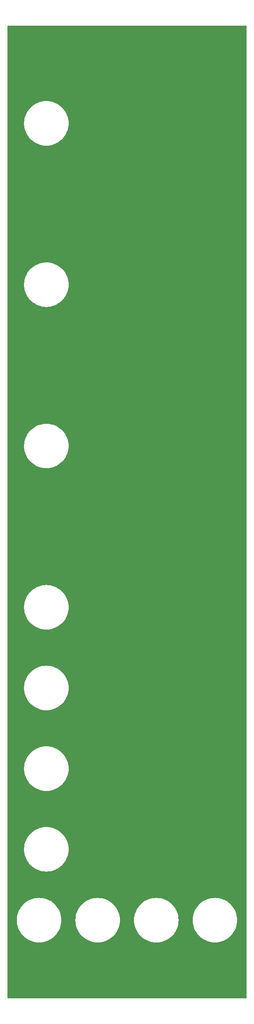
<source format=gbl>
G04 #@! TF.GenerationSoftware,KiCad,Pcbnew,8.0.3*
G04 #@! TF.CreationDate,2024-06-29T21:42:12+02:00*
G04 #@! TF.ProjectId,DMH_Adapter_Mult_PANEL,444d485f-4164-4617-9074-65725f4d756c,1*
G04 #@! TF.SameCoordinates,Original*
G04 #@! TF.FileFunction,Copper,L2,Bot*
G04 #@! TF.FilePolarity,Positive*
%FSLAX46Y46*%
G04 Gerber Fmt 4.6, Leading zero omitted, Abs format (unit mm)*
G04 Created by KiCad (PCBNEW 8.0.3) date 2024-06-29 21:42:12*
%MOMM*%
%LPD*%
G01*
G04 APERTURE LIST*
G04 #@! TA.AperFunction,ComponentPad*
%ADD10C,2.900000*%
G04 #@! TD*
G04 #@! TA.AperFunction,ComponentPad*
%ADD11C,13.000000*%
G04 #@! TD*
G04 #@! TA.AperFunction,ComponentPad*
%ADD12C,0.500000*%
G04 #@! TD*
G04 #@! TA.AperFunction,ConnectorPad*
%ADD13C,12.000000*%
G04 #@! TD*
G04 #@! TA.AperFunction,ComponentPad*
%ADD14C,4.000000*%
G04 #@! TD*
G04 #@! TA.AperFunction,ConnectorPad*
%ADD15C,13.000000*%
G04 #@! TD*
G04 APERTURE END LIST*
D10*
X86500000Y-112100000D03*
D11*
X86500000Y-118500000D03*
D10*
X86500000Y-79100000D03*
D11*
X86500000Y-85500000D03*
D10*
X86500000Y-145100000D03*
D11*
X86500000Y-151500000D03*
D12*
X113800000Y-201000000D03*
X115460000Y-196970000D03*
X115470000Y-205040000D03*
X119500000Y-195300000D03*
D13*
X119500000Y-201000000D03*
D12*
X119500000Y-206700000D03*
X123530000Y-205040000D03*
X123540000Y-196970000D03*
X125200000Y-201000000D03*
D14*
X81500000Y-245000000D03*
D12*
X97300000Y-69000000D03*
X98960000Y-64970000D03*
X98970000Y-73040000D03*
X103000000Y-63300000D03*
D15*
X103000000Y-69000000D03*
D12*
X103000000Y-74700000D03*
X107030000Y-73040000D03*
X107040000Y-64970000D03*
X108700000Y-69000000D03*
X97300000Y-118500000D03*
X98960000Y-114470000D03*
X98970000Y-122540000D03*
X103000000Y-112800000D03*
D15*
X103000000Y-118500000D03*
D12*
X103000000Y-124200000D03*
X107030000Y-122540000D03*
X107040000Y-114470000D03*
X108700000Y-118500000D03*
D14*
X124500000Y-52000000D03*
D12*
X97300000Y-151500000D03*
X98960000Y-147470000D03*
X98970000Y-155540000D03*
X103000000Y-145800000D03*
D15*
X103000000Y-151500000D03*
D12*
X103000000Y-157200000D03*
X107030000Y-155540000D03*
X107040000Y-147470000D03*
X108700000Y-151500000D03*
X97300000Y-184500000D03*
X98960000Y-180470000D03*
X98970000Y-188540000D03*
X103000000Y-178800000D03*
D15*
X103000000Y-184500000D03*
D12*
X103000000Y-190200000D03*
X107030000Y-188540000D03*
X107040000Y-180470000D03*
X108700000Y-184500000D03*
X113800000Y-135000000D03*
X115460000Y-130970000D03*
X115470000Y-139040000D03*
X119500000Y-129300000D03*
D13*
X119500000Y-135000000D03*
D12*
X119500000Y-140700000D03*
X123530000Y-139040000D03*
X123540000Y-130970000D03*
X125200000Y-135000000D03*
X113800000Y-69000000D03*
X115460000Y-64970000D03*
X115470000Y-73040000D03*
X119500000Y-63300000D03*
D13*
X119500000Y-69000000D03*
D12*
X119500000Y-74700000D03*
X123530000Y-73040000D03*
X123540000Y-64970000D03*
X125200000Y-69000000D03*
X113800000Y-85500000D03*
X115460000Y-81470000D03*
X115470000Y-89540000D03*
X119500000Y-79800000D03*
D13*
X119500000Y-85500000D03*
D12*
X119500000Y-91200000D03*
X123530000Y-89540000D03*
X123540000Y-81470000D03*
X125200000Y-85500000D03*
X113800000Y-102000000D03*
X115460000Y-97970000D03*
X115470000Y-106040000D03*
X119500000Y-96300000D03*
D13*
X119500000Y-102000000D03*
D12*
X119500000Y-107700000D03*
X123530000Y-106040000D03*
X123540000Y-97970000D03*
X125200000Y-102000000D03*
X113800000Y-184500000D03*
X115460000Y-180470000D03*
X115470000Y-188540000D03*
X119500000Y-178800000D03*
D13*
X119500000Y-184500000D03*
D12*
X119500000Y-190200000D03*
X123530000Y-188540000D03*
X123540000Y-180470000D03*
X125200000Y-184500000D03*
X97300000Y-135000000D03*
X98960000Y-130970000D03*
X98970000Y-139040000D03*
X103000000Y-129300000D03*
D15*
X103000000Y-135000000D03*
D12*
X103000000Y-140700000D03*
X107030000Y-139040000D03*
X107040000Y-130970000D03*
X108700000Y-135000000D03*
X113800000Y-168000000D03*
X115460000Y-163970000D03*
X115470000Y-172040000D03*
X119500000Y-162300000D03*
D13*
X119500000Y-168000000D03*
D12*
X119500000Y-173700000D03*
X123530000Y-172040000D03*
X123540000Y-163970000D03*
X125200000Y-168000000D03*
X113800000Y-217500000D03*
X115460000Y-213470000D03*
X115470000Y-221540000D03*
X119500000Y-211800000D03*
D13*
X119500000Y-217500000D03*
D12*
X119500000Y-223200000D03*
X123530000Y-221540000D03*
X123540000Y-213470000D03*
X125200000Y-217500000D03*
X97300000Y-217500000D03*
X98960000Y-213470000D03*
X98970000Y-221540000D03*
X103000000Y-211800000D03*
D15*
X103000000Y-217500000D03*
D12*
X103000000Y-223200000D03*
X107030000Y-221540000D03*
X107040000Y-213470000D03*
X108700000Y-217500000D03*
X97300000Y-201000000D03*
X98960000Y-196970000D03*
X98970000Y-205040000D03*
X103000000Y-195300000D03*
D15*
X103000000Y-201000000D03*
D12*
X103000000Y-206700000D03*
X107030000Y-205040000D03*
X107040000Y-196970000D03*
X108700000Y-201000000D03*
X113800000Y-118500000D03*
X115460000Y-114470000D03*
X115470000Y-122540000D03*
X119500000Y-112800000D03*
D13*
X119500000Y-118500000D03*
D12*
X119500000Y-124200000D03*
X123530000Y-122540000D03*
X123540000Y-114470000D03*
X125200000Y-118500000D03*
X113800000Y-151500000D03*
X115460000Y-147470000D03*
X115470000Y-155540000D03*
X119500000Y-145800000D03*
D13*
X119500000Y-151500000D03*
D12*
X119500000Y-157200000D03*
X123530000Y-155540000D03*
X123540000Y-147470000D03*
X125200000Y-151500000D03*
X97300000Y-168000000D03*
X98960000Y-163970000D03*
X98970000Y-172040000D03*
X103000000Y-162300000D03*
D15*
X103000000Y-168000000D03*
D12*
X103000000Y-173700000D03*
X107030000Y-172040000D03*
X107040000Y-163970000D03*
X108700000Y-168000000D03*
D14*
X81500000Y-52000000D03*
X124500000Y-245000000D03*
D12*
X97300000Y-85500000D03*
X98960000Y-81470000D03*
X98970000Y-89540000D03*
X103000000Y-79800000D03*
D15*
X103000000Y-85500000D03*
D12*
X103000000Y-91200000D03*
X107030000Y-89540000D03*
X107040000Y-81470000D03*
X108700000Y-85500000D03*
X97300000Y-102000000D03*
X98960000Y-97970000D03*
X98970000Y-106040000D03*
X103000000Y-96300000D03*
D15*
X103000000Y-102000000D03*
D12*
X103000000Y-107700000D03*
X107030000Y-106040000D03*
X107040000Y-97970000D03*
X108700000Y-102000000D03*
G04 #@! TA.AperFunction,Conductor*
G36*
X127442539Y-49020185D02*
G01*
X127488294Y-49072989D01*
X127499500Y-49124500D01*
X127499500Y-247875500D01*
X127479815Y-247942539D01*
X127427011Y-247988294D01*
X127375500Y-247999500D01*
X78624500Y-247999500D01*
X78557461Y-247979815D01*
X78511706Y-247927011D01*
X78500500Y-247875500D01*
X78500500Y-232000000D01*
X80444639Y-232000000D01*
X80464071Y-232420316D01*
X80464071Y-232420322D01*
X80464072Y-232420324D01*
X80522203Y-232837044D01*
X80522204Y-232837050D01*
X80618536Y-233246631D01*
X80752256Y-233645597D01*
X80752257Y-233645601D01*
X80922199Y-234030480D01*
X80922204Y-234030490D01*
X80922208Y-234030499D01*
X80922212Y-234030507D01*
X80922213Y-234030508D01*
X81126949Y-234398081D01*
X81126952Y-234398085D01*
X81126954Y-234398089D01*
X81364743Y-234745218D01*
X81364745Y-234745220D01*
X81364752Y-234745230D01*
X81469694Y-234871606D01*
X81633548Y-235068927D01*
X81931073Y-235366452D01*
X81931084Y-235366461D01*
X82254769Y-235635247D01*
X82254775Y-235635251D01*
X82254782Y-235635257D01*
X82601911Y-235873046D01*
X82969501Y-236077792D01*
X82969518Y-236077799D01*
X82969519Y-236077800D01*
X83354398Y-236247742D01*
X83354402Y-236247743D01*
X83354404Y-236247743D01*
X83354414Y-236247748D01*
X83753366Y-236381463D01*
X84162955Y-236477797D01*
X84579684Y-236535929D01*
X85000000Y-236555361D01*
X85420316Y-236535929D01*
X85837045Y-236477797D01*
X86246634Y-236381463D01*
X86645586Y-236247748D01*
X86645597Y-236247742D01*
X86645601Y-236247742D01*
X86882482Y-236143147D01*
X87030499Y-236077792D01*
X87398089Y-235873046D01*
X87745218Y-235635257D01*
X88068927Y-235366452D01*
X88366452Y-235068927D01*
X88635257Y-234745218D01*
X88873046Y-234398089D01*
X89077792Y-234030499D01*
X89143147Y-233882482D01*
X89247742Y-233645601D01*
X89247743Y-233645597D01*
X89247748Y-233645586D01*
X89381463Y-233246634D01*
X89477797Y-232837045D01*
X89535929Y-232420316D01*
X89555361Y-232000000D01*
X92444639Y-232000000D01*
X92464071Y-232420316D01*
X92464071Y-232420322D01*
X92464072Y-232420324D01*
X92522203Y-232837044D01*
X92522204Y-232837050D01*
X92618536Y-233246631D01*
X92752256Y-233645597D01*
X92752257Y-233645601D01*
X92922199Y-234030480D01*
X92922204Y-234030490D01*
X92922208Y-234030499D01*
X92922212Y-234030507D01*
X92922213Y-234030508D01*
X93126949Y-234398081D01*
X93126952Y-234398085D01*
X93126954Y-234398089D01*
X93364743Y-234745218D01*
X93364745Y-234745220D01*
X93364752Y-234745230D01*
X93469694Y-234871606D01*
X93633548Y-235068927D01*
X93931073Y-235366452D01*
X93931084Y-235366461D01*
X94254769Y-235635247D01*
X94254775Y-235635251D01*
X94254782Y-235635257D01*
X94601911Y-235873046D01*
X94969501Y-236077792D01*
X94969518Y-236077799D01*
X94969519Y-236077800D01*
X95354398Y-236247742D01*
X95354402Y-236247743D01*
X95354404Y-236247743D01*
X95354414Y-236247748D01*
X95753366Y-236381463D01*
X96162955Y-236477797D01*
X96579684Y-236535929D01*
X97000000Y-236555361D01*
X97420316Y-236535929D01*
X97837045Y-236477797D01*
X98246634Y-236381463D01*
X98645586Y-236247748D01*
X98645597Y-236247742D01*
X98645601Y-236247742D01*
X98882482Y-236143147D01*
X99030499Y-236077792D01*
X99398089Y-235873046D01*
X99745218Y-235635257D01*
X100068927Y-235366452D01*
X100366452Y-235068927D01*
X100635257Y-234745218D01*
X100873046Y-234398089D01*
X101077792Y-234030499D01*
X101143147Y-233882482D01*
X101247742Y-233645601D01*
X101247743Y-233645597D01*
X101247748Y-233645586D01*
X101381463Y-233246634D01*
X101477797Y-232837045D01*
X101535929Y-232420316D01*
X101555361Y-232000000D01*
X104444639Y-232000000D01*
X104464071Y-232420316D01*
X104464071Y-232420322D01*
X104464072Y-232420324D01*
X104522203Y-232837044D01*
X104522204Y-232837050D01*
X104618536Y-233246631D01*
X104752256Y-233645597D01*
X104752257Y-233645601D01*
X104922199Y-234030480D01*
X104922204Y-234030490D01*
X104922208Y-234030499D01*
X104922212Y-234030507D01*
X104922213Y-234030508D01*
X105126949Y-234398081D01*
X105126952Y-234398085D01*
X105126954Y-234398089D01*
X105364743Y-234745218D01*
X105364745Y-234745220D01*
X105364752Y-234745230D01*
X105469694Y-234871606D01*
X105633548Y-235068927D01*
X105931073Y-235366452D01*
X105931084Y-235366461D01*
X106254769Y-235635247D01*
X106254775Y-235635251D01*
X106254782Y-235635257D01*
X106601911Y-235873046D01*
X106969501Y-236077792D01*
X106969518Y-236077799D01*
X106969519Y-236077800D01*
X107354398Y-236247742D01*
X107354402Y-236247743D01*
X107354404Y-236247743D01*
X107354414Y-236247748D01*
X107753366Y-236381463D01*
X108162955Y-236477797D01*
X108579684Y-236535929D01*
X109000000Y-236555361D01*
X109420316Y-236535929D01*
X109837045Y-236477797D01*
X110246634Y-236381463D01*
X110645586Y-236247748D01*
X110645597Y-236247742D01*
X110645601Y-236247742D01*
X110882482Y-236143147D01*
X111030499Y-236077792D01*
X111398089Y-235873046D01*
X111745218Y-235635257D01*
X112068927Y-235366452D01*
X112366452Y-235068927D01*
X112635257Y-234745218D01*
X112873046Y-234398089D01*
X113077792Y-234030499D01*
X113143147Y-233882482D01*
X113247742Y-233645601D01*
X113247743Y-233645597D01*
X113247748Y-233645586D01*
X113381463Y-233246634D01*
X113477797Y-232837045D01*
X113535929Y-232420316D01*
X113555361Y-232000000D01*
X116444639Y-232000000D01*
X116464071Y-232420316D01*
X116464071Y-232420322D01*
X116464072Y-232420324D01*
X116522203Y-232837044D01*
X116522204Y-232837050D01*
X116618536Y-233246631D01*
X116752256Y-233645597D01*
X116752257Y-233645601D01*
X116922199Y-234030480D01*
X116922204Y-234030490D01*
X116922208Y-234030499D01*
X116922212Y-234030507D01*
X116922213Y-234030508D01*
X117126949Y-234398081D01*
X117126952Y-234398085D01*
X117126954Y-234398089D01*
X117364743Y-234745218D01*
X117364745Y-234745220D01*
X117364752Y-234745230D01*
X117469694Y-234871606D01*
X117633548Y-235068927D01*
X117931073Y-235366452D01*
X117931084Y-235366461D01*
X118254769Y-235635247D01*
X118254775Y-235635251D01*
X118254782Y-235635257D01*
X118601911Y-235873046D01*
X118969501Y-236077792D01*
X118969518Y-236077799D01*
X118969519Y-236077800D01*
X119354398Y-236247742D01*
X119354402Y-236247743D01*
X119354404Y-236247743D01*
X119354414Y-236247748D01*
X119753366Y-236381463D01*
X120162955Y-236477797D01*
X120579684Y-236535929D01*
X121000000Y-236555361D01*
X121420316Y-236535929D01*
X121837045Y-236477797D01*
X122246634Y-236381463D01*
X122645586Y-236247748D01*
X122645597Y-236247742D01*
X122645601Y-236247742D01*
X122882482Y-236143147D01*
X123030499Y-236077792D01*
X123398089Y-235873046D01*
X123745218Y-235635257D01*
X124068927Y-235366452D01*
X124366452Y-235068927D01*
X124635257Y-234745218D01*
X124873046Y-234398089D01*
X125077792Y-234030499D01*
X125143147Y-233882482D01*
X125247742Y-233645601D01*
X125247743Y-233645597D01*
X125247748Y-233645586D01*
X125381463Y-233246634D01*
X125477797Y-232837045D01*
X125535929Y-232420316D01*
X125555361Y-232000000D01*
X125535929Y-231579684D01*
X125477797Y-231162955D01*
X125381463Y-230753366D01*
X125247748Y-230354414D01*
X125247743Y-230354402D01*
X125247742Y-230354398D01*
X125077800Y-229969519D01*
X125077799Y-229969518D01*
X125077792Y-229969501D01*
X124911998Y-229671844D01*
X124873050Y-229601918D01*
X124873049Y-229601917D01*
X124873046Y-229601911D01*
X124635257Y-229254782D01*
X124635251Y-229254775D01*
X124635247Y-229254769D01*
X124366461Y-228931084D01*
X124366452Y-228931073D01*
X124068927Y-228633548D01*
X123871908Y-228469945D01*
X123745230Y-228364752D01*
X123745220Y-228364745D01*
X123745218Y-228364743D01*
X123398089Y-228126954D01*
X123398085Y-228126952D01*
X123398081Y-228126949D01*
X123030508Y-227922213D01*
X123030507Y-227922212D01*
X123030499Y-227922208D01*
X123030490Y-227922204D01*
X123030480Y-227922199D01*
X122645601Y-227752257D01*
X122645597Y-227752256D01*
X122645588Y-227752253D01*
X122645586Y-227752252D01*
X122246634Y-227618537D01*
X122246633Y-227618536D01*
X122246631Y-227618536D01*
X121837050Y-227522204D01*
X121837047Y-227522203D01*
X121837045Y-227522203D01*
X121609493Y-227490460D01*
X121420324Y-227464072D01*
X121420322Y-227464071D01*
X121420316Y-227464071D01*
X121000000Y-227444639D01*
X120579684Y-227464071D01*
X120579677Y-227464071D01*
X120579675Y-227464072D01*
X120162955Y-227522203D01*
X120162949Y-227522204D01*
X119753368Y-227618536D01*
X119354402Y-227752256D01*
X119354398Y-227752257D01*
X118969519Y-227922199D01*
X118969491Y-227922213D01*
X118601918Y-228126949D01*
X118601912Y-228126953D01*
X118254779Y-228364745D01*
X118254769Y-228364752D01*
X117931084Y-228633538D01*
X117931064Y-228633556D01*
X117633556Y-228931064D01*
X117633538Y-228931084D01*
X117364752Y-229254769D01*
X117364745Y-229254779D01*
X117126953Y-229601912D01*
X117126949Y-229601918D01*
X116922213Y-229969491D01*
X116922199Y-229969519D01*
X116752257Y-230354398D01*
X116752256Y-230354402D01*
X116618536Y-230753368D01*
X116522204Y-231162949D01*
X116522203Y-231162955D01*
X116464071Y-231579684D01*
X116444639Y-232000000D01*
X113555361Y-232000000D01*
X113535929Y-231579684D01*
X113477797Y-231162955D01*
X113381463Y-230753366D01*
X113247748Y-230354414D01*
X113247743Y-230354402D01*
X113247742Y-230354398D01*
X113077800Y-229969519D01*
X113077799Y-229969518D01*
X113077792Y-229969501D01*
X112911998Y-229671844D01*
X112873050Y-229601918D01*
X112873049Y-229601917D01*
X112873046Y-229601911D01*
X112635257Y-229254782D01*
X112635251Y-229254775D01*
X112635247Y-229254769D01*
X112366461Y-228931084D01*
X112366452Y-228931073D01*
X112068927Y-228633548D01*
X111871908Y-228469945D01*
X111745230Y-228364752D01*
X111745220Y-228364745D01*
X111745218Y-228364743D01*
X111398089Y-228126954D01*
X111398085Y-228126952D01*
X111398081Y-228126949D01*
X111030508Y-227922213D01*
X111030507Y-227922212D01*
X111030499Y-227922208D01*
X111030490Y-227922204D01*
X111030480Y-227922199D01*
X110645601Y-227752257D01*
X110645597Y-227752256D01*
X110645588Y-227752253D01*
X110645586Y-227752252D01*
X110246634Y-227618537D01*
X110246633Y-227618536D01*
X110246631Y-227618536D01*
X109837050Y-227522204D01*
X109837047Y-227522203D01*
X109837045Y-227522203D01*
X109609493Y-227490460D01*
X109420324Y-227464072D01*
X109420322Y-227464071D01*
X109420316Y-227464071D01*
X109000000Y-227444639D01*
X108579684Y-227464071D01*
X108579677Y-227464071D01*
X108579675Y-227464072D01*
X108162955Y-227522203D01*
X108162949Y-227522204D01*
X107753368Y-227618536D01*
X107354402Y-227752256D01*
X107354398Y-227752257D01*
X106969519Y-227922199D01*
X106969491Y-227922213D01*
X106601918Y-228126949D01*
X106601912Y-228126953D01*
X106254779Y-228364745D01*
X106254769Y-228364752D01*
X105931084Y-228633538D01*
X105931064Y-228633556D01*
X105633556Y-228931064D01*
X105633538Y-228931084D01*
X105364752Y-229254769D01*
X105364745Y-229254779D01*
X105126953Y-229601912D01*
X105126949Y-229601918D01*
X104922213Y-229969491D01*
X104922199Y-229969519D01*
X104752257Y-230354398D01*
X104752256Y-230354402D01*
X104618536Y-230753368D01*
X104522204Y-231162949D01*
X104522203Y-231162955D01*
X104464071Y-231579684D01*
X104444639Y-232000000D01*
X101555361Y-232000000D01*
X101535929Y-231579684D01*
X101477797Y-231162955D01*
X101381463Y-230753366D01*
X101247748Y-230354414D01*
X101247743Y-230354402D01*
X101247742Y-230354398D01*
X101077800Y-229969519D01*
X101077799Y-229969518D01*
X101077792Y-229969501D01*
X100911998Y-229671844D01*
X100873050Y-229601918D01*
X100873049Y-229601917D01*
X100873046Y-229601911D01*
X100635257Y-229254782D01*
X100635251Y-229254775D01*
X100635247Y-229254769D01*
X100366461Y-228931084D01*
X100366452Y-228931073D01*
X100068927Y-228633548D01*
X99871908Y-228469945D01*
X99745230Y-228364752D01*
X99745220Y-228364745D01*
X99745218Y-228364743D01*
X99398089Y-228126954D01*
X99398085Y-228126952D01*
X99398081Y-228126949D01*
X99030508Y-227922213D01*
X99030507Y-227922212D01*
X99030499Y-227922208D01*
X99030490Y-227922204D01*
X99030480Y-227922199D01*
X98645601Y-227752257D01*
X98645597Y-227752256D01*
X98645588Y-227752253D01*
X98645586Y-227752252D01*
X98246634Y-227618537D01*
X98246633Y-227618536D01*
X98246631Y-227618536D01*
X97837050Y-227522204D01*
X97837047Y-227522203D01*
X97837045Y-227522203D01*
X97609493Y-227490460D01*
X97420324Y-227464072D01*
X97420322Y-227464071D01*
X97420316Y-227464071D01*
X97000000Y-227444639D01*
X96579684Y-227464071D01*
X96579677Y-227464071D01*
X96579675Y-227464072D01*
X96162955Y-227522203D01*
X96162949Y-227522204D01*
X95753368Y-227618536D01*
X95354402Y-227752256D01*
X95354398Y-227752257D01*
X94969519Y-227922199D01*
X94969491Y-227922213D01*
X94601918Y-228126949D01*
X94601912Y-228126953D01*
X94254779Y-228364745D01*
X94254769Y-228364752D01*
X93931084Y-228633538D01*
X93931064Y-228633556D01*
X93633556Y-228931064D01*
X93633538Y-228931084D01*
X93364752Y-229254769D01*
X93364745Y-229254779D01*
X93126953Y-229601912D01*
X93126949Y-229601918D01*
X92922213Y-229969491D01*
X92922199Y-229969519D01*
X92752257Y-230354398D01*
X92752256Y-230354402D01*
X92618536Y-230753368D01*
X92522204Y-231162949D01*
X92522203Y-231162955D01*
X92464071Y-231579684D01*
X92444639Y-232000000D01*
X89555361Y-232000000D01*
X89535929Y-231579684D01*
X89477797Y-231162955D01*
X89381463Y-230753366D01*
X89247748Y-230354414D01*
X89247743Y-230354402D01*
X89247742Y-230354398D01*
X89077800Y-229969519D01*
X89077799Y-229969518D01*
X89077792Y-229969501D01*
X88911998Y-229671844D01*
X88873050Y-229601918D01*
X88873049Y-229601917D01*
X88873046Y-229601911D01*
X88635257Y-229254782D01*
X88635251Y-229254775D01*
X88635247Y-229254769D01*
X88366461Y-228931084D01*
X88366452Y-228931073D01*
X88068927Y-228633548D01*
X87871908Y-228469945D01*
X87745230Y-228364752D01*
X87745220Y-228364745D01*
X87745218Y-228364743D01*
X87398089Y-228126954D01*
X87398085Y-228126952D01*
X87398081Y-228126949D01*
X87030508Y-227922213D01*
X87030507Y-227922212D01*
X87030499Y-227922208D01*
X87030490Y-227922204D01*
X87030480Y-227922199D01*
X86645601Y-227752257D01*
X86645597Y-227752256D01*
X86645588Y-227752253D01*
X86645586Y-227752252D01*
X86246634Y-227618537D01*
X86246633Y-227618536D01*
X86246631Y-227618536D01*
X85837050Y-227522204D01*
X85837047Y-227522203D01*
X85837045Y-227522203D01*
X85609493Y-227490460D01*
X85420324Y-227464072D01*
X85420322Y-227464071D01*
X85420316Y-227464071D01*
X85000000Y-227444639D01*
X84579684Y-227464071D01*
X84579677Y-227464071D01*
X84579675Y-227464072D01*
X84162955Y-227522203D01*
X84162949Y-227522204D01*
X83753368Y-227618536D01*
X83354402Y-227752256D01*
X83354398Y-227752257D01*
X82969519Y-227922199D01*
X82969491Y-227922213D01*
X82601918Y-228126949D01*
X82601912Y-228126953D01*
X82254779Y-228364745D01*
X82254769Y-228364752D01*
X81931084Y-228633538D01*
X81931064Y-228633556D01*
X81633556Y-228931064D01*
X81633538Y-228931084D01*
X81364752Y-229254769D01*
X81364745Y-229254779D01*
X81126953Y-229601912D01*
X81126949Y-229601918D01*
X80922213Y-229969491D01*
X80922199Y-229969519D01*
X80752257Y-230354398D01*
X80752256Y-230354402D01*
X80618536Y-230753368D01*
X80522204Y-231162949D01*
X80522203Y-231162955D01*
X80464071Y-231579684D01*
X80444639Y-232000000D01*
X78500500Y-232000000D01*
X78500500Y-217500000D01*
X81944639Y-217500000D01*
X81964071Y-217920316D01*
X81964071Y-217920322D01*
X81964072Y-217920324D01*
X81990460Y-218109493D01*
X82021584Y-218332611D01*
X82022203Y-218337044D01*
X82022204Y-218337050D01*
X82109461Y-218708048D01*
X82118537Y-218746634D01*
X82157215Y-218862035D01*
X82252256Y-219145597D01*
X82252257Y-219145601D01*
X82422199Y-219530480D01*
X82422204Y-219530490D01*
X82422208Y-219530499D01*
X82422212Y-219530507D01*
X82422213Y-219530508D01*
X82626949Y-219898081D01*
X82626952Y-219898085D01*
X82626954Y-219898089D01*
X82864743Y-220245218D01*
X82864745Y-220245220D01*
X82864752Y-220245230D01*
X82969694Y-220371606D01*
X83133548Y-220568927D01*
X83431073Y-220866452D01*
X83431084Y-220866461D01*
X83754769Y-221135247D01*
X83754775Y-221135251D01*
X83754782Y-221135257D01*
X84101911Y-221373046D01*
X84469501Y-221577792D01*
X84469518Y-221577799D01*
X84469519Y-221577800D01*
X84854398Y-221747742D01*
X84854402Y-221747743D01*
X84854404Y-221747743D01*
X84854414Y-221747748D01*
X85253366Y-221881463D01*
X85662955Y-221977797D01*
X86079684Y-222035929D01*
X86500000Y-222055361D01*
X86920316Y-222035929D01*
X87337045Y-221977797D01*
X87746634Y-221881463D01*
X88145586Y-221747748D01*
X88145597Y-221747742D01*
X88145601Y-221747742D01*
X88382482Y-221643147D01*
X88530499Y-221577792D01*
X88898089Y-221373046D01*
X89245218Y-221135257D01*
X89568927Y-220866452D01*
X89866452Y-220568927D01*
X90135257Y-220245218D01*
X90373046Y-219898089D01*
X90577792Y-219530499D01*
X90679239Y-219300744D01*
X90747742Y-219145601D01*
X90747743Y-219145597D01*
X90747748Y-219145586D01*
X90881463Y-218746634D01*
X90977797Y-218337045D01*
X91035929Y-217920316D01*
X91055361Y-217500000D01*
X91055361Y-217499999D01*
X99394559Y-217499999D01*
X99394559Y-217500000D01*
X99414310Y-217876872D01*
X99473346Y-218249607D01*
X99473347Y-218249614D01*
X99571023Y-218614147D01*
X99706267Y-218966468D01*
X99877599Y-219302725D01*
X100083135Y-219619223D01*
X100169989Y-219726479D01*
X100320635Y-219912511D01*
X100587489Y-220179365D01*
X100587493Y-220179368D01*
X100880776Y-220416864D01*
X101197274Y-220622400D01*
X101197279Y-220622403D01*
X101533535Y-220793734D01*
X101885857Y-220928978D01*
X102250387Y-221026653D01*
X102623129Y-221085690D01*
X102979155Y-221104348D01*
X102999999Y-221105441D01*
X103000000Y-221105441D01*
X103000001Y-221105441D01*
X103019752Y-221104405D01*
X103376871Y-221085690D01*
X103749613Y-221026653D01*
X104114143Y-220928978D01*
X104466465Y-220793734D01*
X104802721Y-220622403D01*
X105119225Y-220416863D01*
X105412511Y-220179365D01*
X105679365Y-219912511D01*
X105916863Y-219619225D01*
X106122403Y-219302721D01*
X106293734Y-218966465D01*
X106428978Y-218614143D01*
X106526653Y-218249613D01*
X106585690Y-217876871D01*
X106605441Y-217500000D01*
X106605441Y-217499993D01*
X114094630Y-217499993D01*
X114094630Y-217500006D01*
X114114101Y-217958394D01*
X114172381Y-218413513D01*
X114269043Y-218862028D01*
X114403399Y-219300746D01*
X114403401Y-219300751D01*
X114574468Y-219726468D01*
X114574472Y-219726479D01*
X114781026Y-220136154D01*
X114781037Y-220136174D01*
X114848186Y-220245230D01*
X115021599Y-220526871D01*
X115294429Y-220895762D01*
X115294434Y-220895767D01*
X115294435Y-220895769D01*
X115505202Y-221135247D01*
X115597560Y-221240186D01*
X115928809Y-221557662D01*
X116285788Y-221845902D01*
X116665925Y-222102830D01*
X117066482Y-222326595D01*
X117066485Y-222326596D01*
X117066494Y-222326601D01*
X117484566Y-222515581D01*
X117484573Y-222515584D01*
X117917185Y-222668435D01*
X118361201Y-222784048D01*
X118813422Y-222861589D01*
X118954946Y-222873634D01*
X119270571Y-222900499D01*
X119270588Y-222900499D01*
X119270590Y-222900500D01*
X119270591Y-222900500D01*
X119729409Y-222900500D01*
X119729410Y-222900500D01*
X119729411Y-222900499D01*
X119729428Y-222900499D01*
X120001523Y-222877339D01*
X120186578Y-222861589D01*
X120638799Y-222784048D01*
X121082815Y-222668435D01*
X121515427Y-222515584D01*
X121933518Y-222326595D01*
X122334075Y-222102830D01*
X122714212Y-221845902D01*
X123071191Y-221557662D01*
X123402440Y-221240186D01*
X123705571Y-220895762D01*
X123978401Y-220526871D01*
X124218964Y-220136172D01*
X124425527Y-219726479D01*
X124596601Y-219300744D01*
X124730955Y-218862035D01*
X124827619Y-218413512D01*
X124885897Y-217958407D01*
X124887516Y-217920316D01*
X124905370Y-217500006D01*
X124905370Y-217499993D01*
X124885898Y-217041605D01*
X124885897Y-217041599D01*
X124885897Y-217041593D01*
X124827619Y-216586488D01*
X124730955Y-216137965D01*
X124596601Y-215699256D01*
X124425527Y-215273521D01*
X124425527Y-215273520D01*
X124218973Y-214863845D01*
X124218962Y-214863825D01*
X124192369Y-214820635D01*
X123978401Y-214473129D01*
X123705571Y-214104238D01*
X123402440Y-213759814D01*
X123071191Y-213442338D01*
X122714212Y-213154098D01*
X122334075Y-212897170D01*
X122311723Y-212884683D01*
X121933526Y-212673409D01*
X121933505Y-212673398D01*
X121515433Y-212484418D01*
X121082810Y-212331563D01*
X120638797Y-212215951D01*
X120186588Y-212138412D01*
X120186562Y-212138409D01*
X119729428Y-212099500D01*
X119729410Y-212099500D01*
X119270590Y-212099500D01*
X119270571Y-212099500D01*
X118813437Y-212138409D01*
X118813411Y-212138412D01*
X118361202Y-212215951D01*
X117917189Y-212331563D01*
X117484566Y-212484418D01*
X117066494Y-212673398D01*
X117066473Y-212673409D01*
X116665933Y-212897165D01*
X116665914Y-212897177D01*
X116285793Y-213154094D01*
X115928806Y-213442340D01*
X115597559Y-213759814D01*
X115294435Y-214104230D01*
X115294429Y-214104237D01*
X115294429Y-214104238D01*
X115272746Y-214133556D01*
X115021598Y-214473130D01*
X114781037Y-214863825D01*
X114781026Y-214863845D01*
X114574472Y-215273520D01*
X114574468Y-215273531D01*
X114403401Y-215699248D01*
X114403399Y-215699253D01*
X114269043Y-216137971D01*
X114172381Y-216586486D01*
X114114101Y-217041605D01*
X114094630Y-217499993D01*
X106605441Y-217499993D01*
X106585690Y-217123129D01*
X106526653Y-216750387D01*
X106428978Y-216385857D01*
X106293734Y-216033535D01*
X106122403Y-215697280D01*
X105916863Y-215380775D01*
X105679365Y-215087489D01*
X105412511Y-214820635D01*
X105119225Y-214583137D01*
X105119223Y-214583135D01*
X104802725Y-214377599D01*
X104466468Y-214206267D01*
X104114147Y-214071023D01*
X103749614Y-213973347D01*
X103749607Y-213973346D01*
X103376872Y-213914310D01*
X103000001Y-213894559D01*
X102999999Y-213894559D01*
X102623127Y-213914310D01*
X102250392Y-213973346D01*
X102250385Y-213973347D01*
X101885852Y-214071023D01*
X101533531Y-214206267D01*
X101197275Y-214377599D01*
X100880776Y-214583135D01*
X100587493Y-214820631D01*
X100587485Y-214820638D01*
X100320638Y-215087485D01*
X100320631Y-215087493D01*
X100083135Y-215380776D01*
X99877599Y-215697275D01*
X99706267Y-216033531D01*
X99571023Y-216385852D01*
X99473347Y-216750385D01*
X99473346Y-216750392D01*
X99414310Y-217123127D01*
X99394559Y-217499999D01*
X91055361Y-217499999D01*
X91035929Y-217079684D01*
X90977797Y-216662955D01*
X90881463Y-216253366D01*
X90747748Y-215854414D01*
X90747743Y-215854402D01*
X90747742Y-215854398D01*
X90577800Y-215469519D01*
X90577799Y-215469518D01*
X90577792Y-215469501D01*
X90411998Y-215171844D01*
X90373050Y-215101918D01*
X90373049Y-215101917D01*
X90373046Y-215101911D01*
X90135257Y-214754782D01*
X90135251Y-214754775D01*
X90135247Y-214754769D01*
X89866461Y-214431084D01*
X89866452Y-214431073D01*
X89568927Y-214133548D01*
X89557700Y-214124225D01*
X89245230Y-213864752D01*
X89245220Y-213864745D01*
X89245218Y-213864743D01*
X88898089Y-213626954D01*
X88898085Y-213626952D01*
X88898081Y-213626949D01*
X88530508Y-213422213D01*
X88530507Y-213422212D01*
X88530499Y-213422208D01*
X88530490Y-213422204D01*
X88530480Y-213422199D01*
X88145601Y-213252257D01*
X88145597Y-213252256D01*
X88145588Y-213252253D01*
X88145586Y-213252252D01*
X87746634Y-213118537D01*
X87746633Y-213118536D01*
X87746631Y-213118536D01*
X87337050Y-213022204D01*
X87337047Y-213022203D01*
X87337045Y-213022203D01*
X87109493Y-212990460D01*
X86920324Y-212964072D01*
X86920322Y-212964071D01*
X86920316Y-212964071D01*
X86500000Y-212944639D01*
X86079684Y-212964071D01*
X86079677Y-212964071D01*
X86079675Y-212964072D01*
X85662955Y-213022203D01*
X85662949Y-213022204D01*
X85253368Y-213118536D01*
X84854402Y-213252256D01*
X84854398Y-213252257D01*
X84469519Y-213422199D01*
X84469491Y-213422213D01*
X84101918Y-213626949D01*
X84101912Y-213626953D01*
X83754779Y-213864745D01*
X83754769Y-213864752D01*
X83431084Y-214133538D01*
X83431064Y-214133556D01*
X83133556Y-214431064D01*
X83133538Y-214431084D01*
X82864752Y-214754769D01*
X82864745Y-214754779D01*
X82626953Y-215101912D01*
X82626949Y-215101918D01*
X82422213Y-215469491D01*
X82422199Y-215469519D01*
X82252257Y-215854398D01*
X82252256Y-215854402D01*
X82118536Y-216253368D01*
X82022204Y-216662949D01*
X82022203Y-216662955D01*
X81969385Y-217041593D01*
X81964071Y-217079684D01*
X81944639Y-217500000D01*
X78500500Y-217500000D01*
X78500500Y-201000000D01*
X81944639Y-201000000D01*
X81964071Y-201420316D01*
X81964071Y-201420322D01*
X81964072Y-201420324D01*
X81990460Y-201609493D01*
X82021584Y-201832611D01*
X82022203Y-201837044D01*
X82022204Y-201837050D01*
X82109461Y-202208048D01*
X82118537Y-202246634D01*
X82157215Y-202362035D01*
X82252256Y-202645597D01*
X82252257Y-202645601D01*
X82422199Y-203030480D01*
X82422204Y-203030490D01*
X82422208Y-203030499D01*
X82422212Y-203030507D01*
X82422213Y-203030508D01*
X82626949Y-203398081D01*
X82626952Y-203398085D01*
X82626954Y-203398089D01*
X82864743Y-203745218D01*
X82864745Y-203745220D01*
X82864752Y-203745230D01*
X82969694Y-203871606D01*
X83133548Y-204068927D01*
X83431073Y-204366452D01*
X83431084Y-204366461D01*
X83754769Y-204635247D01*
X83754775Y-204635251D01*
X83754782Y-204635257D01*
X84101911Y-204873046D01*
X84469501Y-205077792D01*
X84469518Y-205077799D01*
X84469519Y-205077800D01*
X84854398Y-205247742D01*
X84854402Y-205247743D01*
X84854404Y-205247743D01*
X84854414Y-205247748D01*
X85253366Y-205381463D01*
X85662955Y-205477797D01*
X86079684Y-205535929D01*
X86500000Y-205555361D01*
X86920316Y-205535929D01*
X87337045Y-205477797D01*
X87746634Y-205381463D01*
X88145586Y-205247748D01*
X88145597Y-205247742D01*
X88145601Y-205247742D01*
X88382482Y-205143147D01*
X88530499Y-205077792D01*
X88898089Y-204873046D01*
X89245218Y-204635257D01*
X89568927Y-204366452D01*
X89866452Y-204068927D01*
X90135257Y-203745218D01*
X90373046Y-203398089D01*
X90577792Y-203030499D01*
X90679239Y-202800744D01*
X90747742Y-202645601D01*
X90747743Y-202645597D01*
X90747748Y-202645586D01*
X90881463Y-202246634D01*
X90977797Y-201837045D01*
X91035929Y-201420316D01*
X91055361Y-201000000D01*
X91055361Y-200999999D01*
X99394559Y-200999999D01*
X99394559Y-201000000D01*
X99414310Y-201376872D01*
X99473346Y-201749607D01*
X99473347Y-201749614D01*
X99571023Y-202114147D01*
X99706267Y-202466468D01*
X99877599Y-202802725D01*
X100083135Y-203119223D01*
X100169989Y-203226479D01*
X100320635Y-203412511D01*
X100587489Y-203679365D01*
X100587493Y-203679368D01*
X100880776Y-203916864D01*
X101197274Y-204122400D01*
X101197279Y-204122403D01*
X101533535Y-204293734D01*
X101885857Y-204428978D01*
X102250387Y-204526653D01*
X102623129Y-204585690D01*
X102979155Y-204604348D01*
X102999999Y-204605441D01*
X103000000Y-204605441D01*
X103000001Y-204605441D01*
X103019752Y-204604405D01*
X103376871Y-204585690D01*
X103749613Y-204526653D01*
X104114143Y-204428978D01*
X104466465Y-204293734D01*
X104802721Y-204122403D01*
X105119225Y-203916863D01*
X105412511Y-203679365D01*
X105679365Y-203412511D01*
X105916863Y-203119225D01*
X106122403Y-202802721D01*
X106293734Y-202466465D01*
X106428978Y-202114143D01*
X106526653Y-201749613D01*
X106585690Y-201376871D01*
X106605441Y-201000000D01*
X106605441Y-200999993D01*
X114094630Y-200999993D01*
X114094630Y-201000006D01*
X114114101Y-201458394D01*
X114172381Y-201913513D01*
X114269043Y-202362028D01*
X114403399Y-202800746D01*
X114403401Y-202800751D01*
X114574468Y-203226468D01*
X114574472Y-203226479D01*
X114781026Y-203636154D01*
X114781037Y-203636174D01*
X114848186Y-203745230D01*
X115021599Y-204026871D01*
X115294429Y-204395762D01*
X115294434Y-204395767D01*
X115294435Y-204395769D01*
X115505202Y-204635247D01*
X115597560Y-204740186D01*
X115928809Y-205057662D01*
X116285788Y-205345902D01*
X116665925Y-205602830D01*
X117066482Y-205826595D01*
X117066485Y-205826596D01*
X117066494Y-205826601D01*
X117484566Y-206015581D01*
X117484573Y-206015584D01*
X117917185Y-206168435D01*
X118361201Y-206284048D01*
X118813422Y-206361589D01*
X118954946Y-206373634D01*
X119270571Y-206400499D01*
X119270588Y-206400499D01*
X119270590Y-206400500D01*
X119270591Y-206400500D01*
X119729409Y-206400500D01*
X119729410Y-206400500D01*
X119729411Y-206400499D01*
X119729428Y-206400499D01*
X120001523Y-206377339D01*
X120186578Y-206361589D01*
X120638799Y-206284048D01*
X121082815Y-206168435D01*
X121515427Y-206015584D01*
X121933518Y-205826595D01*
X122334075Y-205602830D01*
X122714212Y-205345902D01*
X123071191Y-205057662D01*
X123402440Y-204740186D01*
X123705571Y-204395762D01*
X123978401Y-204026871D01*
X124218964Y-203636172D01*
X124425527Y-203226479D01*
X124596601Y-202800744D01*
X124730955Y-202362035D01*
X124827619Y-201913512D01*
X124885897Y-201458407D01*
X124887516Y-201420316D01*
X124905370Y-201000006D01*
X124905370Y-200999993D01*
X124885898Y-200541605D01*
X124885897Y-200541599D01*
X124885897Y-200541593D01*
X124827619Y-200086488D01*
X124730955Y-199637965D01*
X124596601Y-199199256D01*
X124425527Y-198773521D01*
X124425527Y-198773520D01*
X124218973Y-198363845D01*
X124218962Y-198363825D01*
X124192369Y-198320635D01*
X123978401Y-197973129D01*
X123705571Y-197604238D01*
X123402440Y-197259814D01*
X123071191Y-196942338D01*
X122714212Y-196654098D01*
X122334075Y-196397170D01*
X122311723Y-196384683D01*
X121933526Y-196173409D01*
X121933505Y-196173398D01*
X121515433Y-195984418D01*
X121082810Y-195831563D01*
X120638797Y-195715951D01*
X120186588Y-195638412D01*
X120186562Y-195638409D01*
X119729428Y-195599500D01*
X119729410Y-195599500D01*
X119270590Y-195599500D01*
X119270571Y-195599500D01*
X118813437Y-195638409D01*
X118813411Y-195638412D01*
X118361202Y-195715951D01*
X117917189Y-195831563D01*
X117484566Y-195984418D01*
X117066494Y-196173398D01*
X117066473Y-196173409D01*
X116665933Y-196397165D01*
X116665914Y-196397177D01*
X116285793Y-196654094D01*
X115928806Y-196942340D01*
X115597559Y-197259814D01*
X115294435Y-197604230D01*
X115294429Y-197604237D01*
X115294429Y-197604238D01*
X115272746Y-197633556D01*
X115021598Y-197973130D01*
X114781037Y-198363825D01*
X114781026Y-198363845D01*
X114574472Y-198773520D01*
X114574468Y-198773531D01*
X114403401Y-199199248D01*
X114403399Y-199199253D01*
X114269043Y-199637971D01*
X114172381Y-200086486D01*
X114114101Y-200541605D01*
X114094630Y-200999993D01*
X106605441Y-200999993D01*
X106585690Y-200623129D01*
X106526653Y-200250387D01*
X106428978Y-199885857D01*
X106293734Y-199533535D01*
X106122403Y-199197280D01*
X105916863Y-198880775D01*
X105679365Y-198587489D01*
X105412511Y-198320635D01*
X105119225Y-198083137D01*
X105119223Y-198083135D01*
X104802725Y-197877599D01*
X104466468Y-197706267D01*
X104114147Y-197571023D01*
X103749614Y-197473347D01*
X103749607Y-197473346D01*
X103376872Y-197414310D01*
X103000001Y-197394559D01*
X102999999Y-197394559D01*
X102623127Y-197414310D01*
X102250392Y-197473346D01*
X102250385Y-197473347D01*
X101885852Y-197571023D01*
X101533531Y-197706267D01*
X101197275Y-197877599D01*
X100880776Y-198083135D01*
X100587493Y-198320631D01*
X100587485Y-198320638D01*
X100320638Y-198587485D01*
X100320631Y-198587493D01*
X100083135Y-198880776D01*
X99877599Y-199197275D01*
X99706267Y-199533531D01*
X99571023Y-199885852D01*
X99473347Y-200250385D01*
X99473346Y-200250392D01*
X99414310Y-200623127D01*
X99394559Y-200999999D01*
X91055361Y-200999999D01*
X91035929Y-200579684D01*
X90977797Y-200162955D01*
X90881463Y-199753366D01*
X90747748Y-199354414D01*
X90747743Y-199354402D01*
X90747742Y-199354398D01*
X90577800Y-198969519D01*
X90577799Y-198969518D01*
X90577792Y-198969501D01*
X90411998Y-198671844D01*
X90373050Y-198601918D01*
X90373049Y-198601917D01*
X90373046Y-198601911D01*
X90135257Y-198254782D01*
X90135251Y-198254775D01*
X90135247Y-198254769D01*
X89866461Y-197931084D01*
X89866452Y-197931073D01*
X89568927Y-197633548D01*
X89557700Y-197624225D01*
X89245230Y-197364752D01*
X89245220Y-197364745D01*
X89245218Y-197364743D01*
X88898089Y-197126954D01*
X88898085Y-197126952D01*
X88898081Y-197126949D01*
X88530508Y-196922213D01*
X88530507Y-196922212D01*
X88530499Y-196922208D01*
X88530490Y-196922204D01*
X88530480Y-196922199D01*
X88145601Y-196752257D01*
X88145597Y-196752256D01*
X88145588Y-196752253D01*
X88145586Y-196752252D01*
X87746634Y-196618537D01*
X87746633Y-196618536D01*
X87746631Y-196618536D01*
X87337050Y-196522204D01*
X87337047Y-196522203D01*
X87337045Y-196522203D01*
X87109493Y-196490460D01*
X86920324Y-196464072D01*
X86920322Y-196464071D01*
X86920316Y-196464071D01*
X86500000Y-196444639D01*
X86079684Y-196464071D01*
X86079677Y-196464071D01*
X86079675Y-196464072D01*
X85662955Y-196522203D01*
X85662949Y-196522204D01*
X85253368Y-196618536D01*
X84854402Y-196752256D01*
X84854398Y-196752257D01*
X84469519Y-196922199D01*
X84469491Y-196922213D01*
X84101918Y-197126949D01*
X84101912Y-197126953D01*
X83754779Y-197364745D01*
X83754769Y-197364752D01*
X83431084Y-197633538D01*
X83431064Y-197633556D01*
X83133556Y-197931064D01*
X83133538Y-197931084D01*
X82864752Y-198254769D01*
X82864745Y-198254779D01*
X82626953Y-198601912D01*
X82626949Y-198601918D01*
X82422213Y-198969491D01*
X82422199Y-198969519D01*
X82252257Y-199354398D01*
X82252256Y-199354402D01*
X82118536Y-199753368D01*
X82022204Y-200162949D01*
X82022203Y-200162955D01*
X81969385Y-200541593D01*
X81964071Y-200579684D01*
X81944639Y-201000000D01*
X78500500Y-201000000D01*
X78500500Y-184500000D01*
X81944639Y-184500000D01*
X81964071Y-184920316D01*
X81964071Y-184920322D01*
X81964072Y-184920324D01*
X81990460Y-185109493D01*
X82021584Y-185332611D01*
X82022203Y-185337044D01*
X82022204Y-185337050D01*
X82109461Y-185708048D01*
X82118537Y-185746634D01*
X82157215Y-185862035D01*
X82252256Y-186145597D01*
X82252257Y-186145601D01*
X82422199Y-186530480D01*
X82422204Y-186530490D01*
X82422208Y-186530499D01*
X82422212Y-186530507D01*
X82422213Y-186530508D01*
X82626949Y-186898081D01*
X82626952Y-186898085D01*
X82626954Y-186898089D01*
X82864743Y-187245218D01*
X82864745Y-187245220D01*
X82864752Y-187245230D01*
X82969694Y-187371606D01*
X83133548Y-187568927D01*
X83431073Y-187866452D01*
X83431084Y-187866461D01*
X83754769Y-188135247D01*
X83754775Y-188135251D01*
X83754782Y-188135257D01*
X84101911Y-188373046D01*
X84469501Y-188577792D01*
X84469518Y-188577799D01*
X84469519Y-188577800D01*
X84854398Y-188747742D01*
X84854402Y-188747743D01*
X84854404Y-188747743D01*
X84854414Y-188747748D01*
X85253366Y-188881463D01*
X85662955Y-188977797D01*
X86079684Y-189035929D01*
X86500000Y-189055361D01*
X86920316Y-189035929D01*
X87337045Y-188977797D01*
X87746634Y-188881463D01*
X88145586Y-188747748D01*
X88145597Y-188747742D01*
X88145601Y-188747742D01*
X88382482Y-188643147D01*
X88530499Y-188577792D01*
X88898089Y-188373046D01*
X89245218Y-188135257D01*
X89568927Y-187866452D01*
X89866452Y-187568927D01*
X90135257Y-187245218D01*
X90373046Y-186898089D01*
X90577792Y-186530499D01*
X90679239Y-186300744D01*
X90747742Y-186145601D01*
X90747743Y-186145597D01*
X90747748Y-186145586D01*
X90881463Y-185746634D01*
X90977797Y-185337045D01*
X91035929Y-184920316D01*
X91055361Y-184500000D01*
X91055361Y-184499999D01*
X99394559Y-184499999D01*
X99394559Y-184500000D01*
X99414310Y-184876872D01*
X99473346Y-185249607D01*
X99473347Y-185249614D01*
X99571023Y-185614147D01*
X99706267Y-185966468D01*
X99877599Y-186302725D01*
X100083135Y-186619223D01*
X100169989Y-186726479D01*
X100320635Y-186912511D01*
X100587489Y-187179365D01*
X100587493Y-187179368D01*
X100880776Y-187416864D01*
X101197274Y-187622400D01*
X101197279Y-187622403D01*
X101533535Y-187793734D01*
X101885857Y-187928978D01*
X102250387Y-188026653D01*
X102623129Y-188085690D01*
X102979155Y-188104348D01*
X102999999Y-188105441D01*
X103000000Y-188105441D01*
X103000001Y-188105441D01*
X103019752Y-188104405D01*
X103376871Y-188085690D01*
X103749613Y-188026653D01*
X104114143Y-187928978D01*
X104466465Y-187793734D01*
X104802721Y-187622403D01*
X105119225Y-187416863D01*
X105412511Y-187179365D01*
X105679365Y-186912511D01*
X105916863Y-186619225D01*
X106122403Y-186302721D01*
X106293734Y-185966465D01*
X106428978Y-185614143D01*
X106526653Y-185249613D01*
X106585690Y-184876871D01*
X106605441Y-184500000D01*
X106605441Y-184499993D01*
X114094630Y-184499993D01*
X114094630Y-184500006D01*
X114114101Y-184958394D01*
X114172381Y-185413513D01*
X114269043Y-185862028D01*
X114403399Y-186300746D01*
X114403401Y-186300751D01*
X114574468Y-186726468D01*
X114574472Y-186726479D01*
X114781026Y-187136154D01*
X114781037Y-187136174D01*
X114848186Y-187245230D01*
X115021599Y-187526871D01*
X115294429Y-187895762D01*
X115294434Y-187895767D01*
X115294435Y-187895769D01*
X115505202Y-188135247D01*
X115597560Y-188240186D01*
X115928809Y-188557662D01*
X116285788Y-188845902D01*
X116665925Y-189102830D01*
X117066482Y-189326595D01*
X117066485Y-189326596D01*
X117066494Y-189326601D01*
X117484566Y-189515581D01*
X117484573Y-189515584D01*
X117917185Y-189668435D01*
X118361201Y-189784048D01*
X118813422Y-189861589D01*
X118954946Y-189873634D01*
X119270571Y-189900499D01*
X119270588Y-189900499D01*
X119270590Y-189900500D01*
X119270591Y-189900500D01*
X119729409Y-189900500D01*
X119729410Y-189900500D01*
X119729411Y-189900499D01*
X119729428Y-189900499D01*
X120001523Y-189877339D01*
X120186578Y-189861589D01*
X120638799Y-189784048D01*
X121082815Y-189668435D01*
X121515427Y-189515584D01*
X121933518Y-189326595D01*
X122334075Y-189102830D01*
X122714212Y-188845902D01*
X123071191Y-188557662D01*
X123402440Y-188240186D01*
X123705571Y-187895762D01*
X123978401Y-187526871D01*
X124218964Y-187136172D01*
X124425527Y-186726479D01*
X124596601Y-186300744D01*
X124730955Y-185862035D01*
X124827619Y-185413512D01*
X124885897Y-184958407D01*
X124887516Y-184920316D01*
X124905370Y-184500006D01*
X124905370Y-184499993D01*
X124885898Y-184041605D01*
X124885897Y-184041599D01*
X124885897Y-184041593D01*
X124827619Y-183586488D01*
X124730955Y-183137965D01*
X124596601Y-182699256D01*
X124425527Y-182273521D01*
X124425527Y-182273520D01*
X124218973Y-181863845D01*
X124218962Y-181863825D01*
X124192369Y-181820635D01*
X123978401Y-181473129D01*
X123705571Y-181104238D01*
X123402440Y-180759814D01*
X123071191Y-180442338D01*
X122714212Y-180154098D01*
X122334075Y-179897170D01*
X122311723Y-179884683D01*
X121933526Y-179673409D01*
X121933505Y-179673398D01*
X121515433Y-179484418D01*
X121082810Y-179331563D01*
X120638797Y-179215951D01*
X120186588Y-179138412D01*
X120186562Y-179138409D01*
X119729428Y-179099500D01*
X119729410Y-179099500D01*
X119270590Y-179099500D01*
X119270571Y-179099500D01*
X118813437Y-179138409D01*
X118813411Y-179138412D01*
X118361202Y-179215951D01*
X117917189Y-179331563D01*
X117484566Y-179484418D01*
X117066494Y-179673398D01*
X117066473Y-179673409D01*
X116665933Y-179897165D01*
X116665914Y-179897177D01*
X116285793Y-180154094D01*
X115928806Y-180442340D01*
X115597559Y-180759814D01*
X115294435Y-181104230D01*
X115294429Y-181104237D01*
X115294429Y-181104238D01*
X115272746Y-181133556D01*
X115021598Y-181473130D01*
X114781037Y-181863825D01*
X114781026Y-181863845D01*
X114574472Y-182273520D01*
X114574468Y-182273531D01*
X114403401Y-182699248D01*
X114403399Y-182699253D01*
X114269043Y-183137971D01*
X114172381Y-183586486D01*
X114114101Y-184041605D01*
X114094630Y-184499993D01*
X106605441Y-184499993D01*
X106585690Y-184123129D01*
X106526653Y-183750387D01*
X106428978Y-183385857D01*
X106293734Y-183033535D01*
X106122403Y-182697280D01*
X105916863Y-182380775D01*
X105679365Y-182087489D01*
X105412511Y-181820635D01*
X105119225Y-181583137D01*
X105119223Y-181583135D01*
X104802725Y-181377599D01*
X104466468Y-181206267D01*
X104114147Y-181071023D01*
X103749614Y-180973347D01*
X103749607Y-180973346D01*
X103376872Y-180914310D01*
X103000001Y-180894559D01*
X102999999Y-180894559D01*
X102623127Y-180914310D01*
X102250392Y-180973346D01*
X102250385Y-180973347D01*
X101885852Y-181071023D01*
X101533531Y-181206267D01*
X101197275Y-181377599D01*
X100880776Y-181583135D01*
X100587493Y-181820631D01*
X100587485Y-181820638D01*
X100320638Y-182087485D01*
X100320631Y-182087493D01*
X100083135Y-182380776D01*
X99877599Y-182697275D01*
X99706267Y-183033531D01*
X99571023Y-183385852D01*
X99473347Y-183750385D01*
X99473346Y-183750392D01*
X99414310Y-184123127D01*
X99394559Y-184499999D01*
X91055361Y-184499999D01*
X91035929Y-184079684D01*
X90977797Y-183662955D01*
X90881463Y-183253366D01*
X90747748Y-182854414D01*
X90747743Y-182854402D01*
X90747742Y-182854398D01*
X90577800Y-182469519D01*
X90577799Y-182469518D01*
X90577792Y-182469501D01*
X90411998Y-182171844D01*
X90373050Y-182101918D01*
X90373049Y-182101917D01*
X90373046Y-182101911D01*
X90135257Y-181754782D01*
X90135251Y-181754775D01*
X90135247Y-181754769D01*
X89866461Y-181431084D01*
X89866452Y-181431073D01*
X89568927Y-181133548D01*
X89557700Y-181124225D01*
X89245230Y-180864752D01*
X89245220Y-180864745D01*
X89245218Y-180864743D01*
X88898089Y-180626954D01*
X88898085Y-180626952D01*
X88898081Y-180626949D01*
X88530508Y-180422213D01*
X88530507Y-180422212D01*
X88530499Y-180422208D01*
X88530490Y-180422204D01*
X88530480Y-180422199D01*
X88145601Y-180252257D01*
X88145597Y-180252256D01*
X88145588Y-180252253D01*
X88145586Y-180252252D01*
X87746634Y-180118537D01*
X87746633Y-180118536D01*
X87746631Y-180118536D01*
X87337050Y-180022204D01*
X87337047Y-180022203D01*
X87337045Y-180022203D01*
X87109493Y-179990460D01*
X86920324Y-179964072D01*
X86920322Y-179964071D01*
X86920316Y-179964071D01*
X86500000Y-179944639D01*
X86079684Y-179964071D01*
X86079677Y-179964071D01*
X86079675Y-179964072D01*
X85662955Y-180022203D01*
X85662949Y-180022204D01*
X85253368Y-180118536D01*
X84854402Y-180252256D01*
X84854398Y-180252257D01*
X84469519Y-180422199D01*
X84469491Y-180422213D01*
X84101918Y-180626949D01*
X84101912Y-180626953D01*
X83754779Y-180864745D01*
X83754769Y-180864752D01*
X83431084Y-181133538D01*
X83431064Y-181133556D01*
X83133556Y-181431064D01*
X83133538Y-181431084D01*
X82864752Y-181754769D01*
X82864745Y-181754779D01*
X82626953Y-182101912D01*
X82626949Y-182101918D01*
X82422213Y-182469491D01*
X82422199Y-182469519D01*
X82252257Y-182854398D01*
X82252256Y-182854402D01*
X82118536Y-183253368D01*
X82022204Y-183662949D01*
X82022203Y-183662955D01*
X81969385Y-184041593D01*
X81964071Y-184079684D01*
X81944639Y-184500000D01*
X78500500Y-184500000D01*
X78500500Y-168000000D01*
X81944639Y-168000000D01*
X81964071Y-168420316D01*
X81964071Y-168420322D01*
X81964072Y-168420324D01*
X81990460Y-168609493D01*
X82021584Y-168832611D01*
X82022203Y-168837044D01*
X82022204Y-168837050D01*
X82109461Y-169208048D01*
X82118537Y-169246634D01*
X82157215Y-169362035D01*
X82252256Y-169645597D01*
X82252257Y-169645601D01*
X82422199Y-170030480D01*
X82422204Y-170030490D01*
X82422208Y-170030499D01*
X82422212Y-170030507D01*
X82422213Y-170030508D01*
X82626949Y-170398081D01*
X82626952Y-170398085D01*
X82626954Y-170398089D01*
X82864743Y-170745218D01*
X82864745Y-170745220D01*
X82864752Y-170745230D01*
X82969694Y-170871606D01*
X83133548Y-171068927D01*
X83431073Y-171366452D01*
X83431084Y-171366461D01*
X83754769Y-171635247D01*
X83754775Y-171635251D01*
X83754782Y-171635257D01*
X84101911Y-171873046D01*
X84469501Y-172077792D01*
X84469518Y-172077799D01*
X84469519Y-172077800D01*
X84854398Y-172247742D01*
X84854402Y-172247743D01*
X84854404Y-172247743D01*
X84854414Y-172247748D01*
X85253366Y-172381463D01*
X85662955Y-172477797D01*
X86079684Y-172535929D01*
X86500000Y-172555361D01*
X86920316Y-172535929D01*
X87337045Y-172477797D01*
X87746634Y-172381463D01*
X88145586Y-172247748D01*
X88145597Y-172247742D01*
X88145601Y-172247742D01*
X88382482Y-172143147D01*
X88530499Y-172077792D01*
X88898089Y-171873046D01*
X89245218Y-171635257D01*
X89568927Y-171366452D01*
X89866452Y-171068927D01*
X90135257Y-170745218D01*
X90373046Y-170398089D01*
X90577792Y-170030499D01*
X90679239Y-169800744D01*
X90747742Y-169645601D01*
X90747743Y-169645597D01*
X90747748Y-169645586D01*
X90881463Y-169246634D01*
X90977797Y-168837045D01*
X91035929Y-168420316D01*
X91055361Y-168000000D01*
X91055361Y-167999999D01*
X99394559Y-167999999D01*
X99394559Y-168000000D01*
X99414310Y-168376872D01*
X99473346Y-168749607D01*
X99473347Y-168749614D01*
X99571023Y-169114147D01*
X99706267Y-169466468D01*
X99877599Y-169802725D01*
X100083135Y-170119223D01*
X100169989Y-170226479D01*
X100320635Y-170412511D01*
X100587489Y-170679365D01*
X100587493Y-170679368D01*
X100880776Y-170916864D01*
X101197274Y-171122400D01*
X101197279Y-171122403D01*
X101533535Y-171293734D01*
X101885857Y-171428978D01*
X102250387Y-171526653D01*
X102623129Y-171585690D01*
X102979155Y-171604348D01*
X102999999Y-171605441D01*
X103000000Y-171605441D01*
X103000001Y-171605441D01*
X103019752Y-171604405D01*
X103376871Y-171585690D01*
X103749613Y-171526653D01*
X104114143Y-171428978D01*
X104466465Y-171293734D01*
X104802721Y-171122403D01*
X105119225Y-170916863D01*
X105412511Y-170679365D01*
X105679365Y-170412511D01*
X105916863Y-170119225D01*
X106122403Y-169802721D01*
X106293734Y-169466465D01*
X106428978Y-169114143D01*
X106526653Y-168749613D01*
X106585690Y-168376871D01*
X106605441Y-168000000D01*
X106605441Y-167999993D01*
X114094630Y-167999993D01*
X114094630Y-168000006D01*
X114114101Y-168458394D01*
X114172381Y-168913513D01*
X114269043Y-169362028D01*
X114403399Y-169800746D01*
X114403401Y-169800751D01*
X114574468Y-170226468D01*
X114574472Y-170226479D01*
X114781026Y-170636154D01*
X114781037Y-170636174D01*
X114848186Y-170745230D01*
X115021599Y-171026871D01*
X115294429Y-171395762D01*
X115294434Y-171395767D01*
X115294435Y-171395769D01*
X115505202Y-171635247D01*
X115597560Y-171740186D01*
X115928809Y-172057662D01*
X116285788Y-172345902D01*
X116665925Y-172602830D01*
X117066482Y-172826595D01*
X117066485Y-172826596D01*
X117066494Y-172826601D01*
X117484566Y-173015581D01*
X117484573Y-173015584D01*
X117917185Y-173168435D01*
X118361201Y-173284048D01*
X118813422Y-173361589D01*
X118954946Y-173373634D01*
X119270571Y-173400499D01*
X119270588Y-173400499D01*
X119270590Y-173400500D01*
X119270591Y-173400500D01*
X119729409Y-173400500D01*
X119729410Y-173400500D01*
X119729411Y-173400499D01*
X119729428Y-173400499D01*
X120001523Y-173377339D01*
X120186578Y-173361589D01*
X120638799Y-173284048D01*
X121082815Y-173168435D01*
X121515427Y-173015584D01*
X121933518Y-172826595D01*
X122334075Y-172602830D01*
X122714212Y-172345902D01*
X123071191Y-172057662D01*
X123402440Y-171740186D01*
X123705571Y-171395762D01*
X123978401Y-171026871D01*
X124218964Y-170636172D01*
X124425527Y-170226479D01*
X124596601Y-169800744D01*
X124730955Y-169362035D01*
X124827619Y-168913512D01*
X124885897Y-168458407D01*
X124887516Y-168420316D01*
X124905370Y-168000006D01*
X124905370Y-167999993D01*
X124885898Y-167541605D01*
X124885897Y-167541599D01*
X124885897Y-167541593D01*
X124827619Y-167086488D01*
X124730955Y-166637965D01*
X124596601Y-166199256D01*
X124425527Y-165773521D01*
X124425527Y-165773520D01*
X124218973Y-165363845D01*
X124218962Y-165363825D01*
X124192369Y-165320635D01*
X123978401Y-164973129D01*
X123705571Y-164604238D01*
X123402440Y-164259814D01*
X123071191Y-163942338D01*
X122714212Y-163654098D01*
X122334075Y-163397170D01*
X122311723Y-163384683D01*
X121933526Y-163173409D01*
X121933505Y-163173398D01*
X121515433Y-162984418D01*
X121082810Y-162831563D01*
X120638797Y-162715951D01*
X120186588Y-162638412D01*
X120186562Y-162638409D01*
X119729428Y-162599500D01*
X119729410Y-162599500D01*
X119270590Y-162599500D01*
X119270571Y-162599500D01*
X118813437Y-162638409D01*
X118813411Y-162638412D01*
X118361202Y-162715951D01*
X117917189Y-162831563D01*
X117484566Y-162984418D01*
X117066494Y-163173398D01*
X117066473Y-163173409D01*
X116665933Y-163397165D01*
X116665914Y-163397177D01*
X116285793Y-163654094D01*
X115928806Y-163942340D01*
X115597559Y-164259814D01*
X115294435Y-164604230D01*
X115294429Y-164604237D01*
X115294429Y-164604238D01*
X115272746Y-164633556D01*
X115021598Y-164973130D01*
X114781037Y-165363825D01*
X114781026Y-165363845D01*
X114574472Y-165773520D01*
X114574468Y-165773531D01*
X114403401Y-166199248D01*
X114403399Y-166199253D01*
X114269043Y-166637971D01*
X114172381Y-167086486D01*
X114114101Y-167541605D01*
X114094630Y-167999993D01*
X106605441Y-167999993D01*
X106585690Y-167623129D01*
X106526653Y-167250387D01*
X106428978Y-166885857D01*
X106293734Y-166533535D01*
X106122403Y-166197280D01*
X105916863Y-165880775D01*
X105679365Y-165587489D01*
X105412511Y-165320635D01*
X105119225Y-165083137D01*
X105119223Y-165083135D01*
X104802725Y-164877599D01*
X104466468Y-164706267D01*
X104114147Y-164571023D01*
X103749614Y-164473347D01*
X103749607Y-164473346D01*
X103376872Y-164414310D01*
X103000001Y-164394559D01*
X102999999Y-164394559D01*
X102623127Y-164414310D01*
X102250392Y-164473346D01*
X102250385Y-164473347D01*
X101885852Y-164571023D01*
X101533531Y-164706267D01*
X101197275Y-164877599D01*
X100880776Y-165083135D01*
X100587493Y-165320631D01*
X100587485Y-165320638D01*
X100320638Y-165587485D01*
X100320631Y-165587493D01*
X100083135Y-165880776D01*
X99877599Y-166197275D01*
X99706267Y-166533531D01*
X99571023Y-166885852D01*
X99473347Y-167250385D01*
X99473346Y-167250392D01*
X99414310Y-167623127D01*
X99394559Y-167999999D01*
X91055361Y-167999999D01*
X91035929Y-167579684D01*
X90977797Y-167162955D01*
X90881463Y-166753366D01*
X90747748Y-166354414D01*
X90747743Y-166354402D01*
X90747742Y-166354398D01*
X90577800Y-165969519D01*
X90577799Y-165969518D01*
X90577792Y-165969501D01*
X90411998Y-165671844D01*
X90373050Y-165601918D01*
X90373049Y-165601917D01*
X90373046Y-165601911D01*
X90135257Y-165254782D01*
X90135251Y-165254775D01*
X90135247Y-165254769D01*
X89866461Y-164931084D01*
X89866452Y-164931073D01*
X89568927Y-164633548D01*
X89557700Y-164624225D01*
X89245230Y-164364752D01*
X89245220Y-164364745D01*
X89245218Y-164364743D01*
X88898089Y-164126954D01*
X88898085Y-164126952D01*
X88898081Y-164126949D01*
X88530508Y-163922213D01*
X88530507Y-163922212D01*
X88530499Y-163922208D01*
X88530490Y-163922204D01*
X88530480Y-163922199D01*
X88145601Y-163752257D01*
X88145597Y-163752256D01*
X88145588Y-163752253D01*
X88145586Y-163752252D01*
X87746634Y-163618537D01*
X87746633Y-163618536D01*
X87746631Y-163618536D01*
X87337050Y-163522204D01*
X87337047Y-163522203D01*
X87337045Y-163522203D01*
X87109493Y-163490460D01*
X86920324Y-163464072D01*
X86920322Y-163464071D01*
X86920316Y-163464071D01*
X86500000Y-163444639D01*
X86079684Y-163464071D01*
X86079677Y-163464071D01*
X86079675Y-163464072D01*
X85662955Y-163522203D01*
X85662949Y-163522204D01*
X85253368Y-163618536D01*
X84854402Y-163752256D01*
X84854398Y-163752257D01*
X84469519Y-163922199D01*
X84469491Y-163922213D01*
X84101918Y-164126949D01*
X84101912Y-164126953D01*
X83754779Y-164364745D01*
X83754769Y-164364752D01*
X83431084Y-164633538D01*
X83431064Y-164633556D01*
X83133556Y-164931064D01*
X83133538Y-164931084D01*
X82864752Y-165254769D01*
X82864745Y-165254779D01*
X82626953Y-165601912D01*
X82626949Y-165601918D01*
X82422213Y-165969491D01*
X82422199Y-165969519D01*
X82252257Y-166354398D01*
X82252256Y-166354402D01*
X82118536Y-166753368D01*
X82022204Y-167162949D01*
X82022203Y-167162955D01*
X81969385Y-167541593D01*
X81964071Y-167579684D01*
X81944639Y-168000000D01*
X78500500Y-168000000D01*
X78500500Y-151499999D01*
X99394559Y-151499999D01*
X99394559Y-151500000D01*
X99414310Y-151876872D01*
X99473346Y-152249607D01*
X99473347Y-152249614D01*
X99571023Y-152614147D01*
X99706267Y-152966468D01*
X99877599Y-153302725D01*
X100083135Y-153619223D01*
X100169989Y-153726479D01*
X100320635Y-153912511D01*
X100587489Y-154179365D01*
X100587493Y-154179368D01*
X100880776Y-154416864D01*
X101197274Y-154622400D01*
X101197279Y-154622403D01*
X101533535Y-154793734D01*
X101885857Y-154928978D01*
X102250387Y-155026653D01*
X102623129Y-155085690D01*
X102979155Y-155104348D01*
X102999999Y-155105441D01*
X103000000Y-155105441D01*
X103000001Y-155105441D01*
X103019752Y-155104405D01*
X103376871Y-155085690D01*
X103749613Y-155026653D01*
X104114143Y-154928978D01*
X104466465Y-154793734D01*
X104802721Y-154622403D01*
X105119225Y-154416863D01*
X105412511Y-154179365D01*
X105679365Y-153912511D01*
X105916863Y-153619225D01*
X106122403Y-153302721D01*
X106293734Y-152966465D01*
X106428978Y-152614143D01*
X106526653Y-152249613D01*
X106585690Y-151876871D01*
X106605441Y-151500000D01*
X106605441Y-151499993D01*
X114094630Y-151499993D01*
X114094630Y-151500006D01*
X114114101Y-151958394D01*
X114172381Y-152413513D01*
X114269043Y-152862028D01*
X114403399Y-153300746D01*
X114403401Y-153300751D01*
X114574468Y-153726468D01*
X114574472Y-153726479D01*
X114781026Y-154136154D01*
X114781037Y-154136174D01*
X114901317Y-154331521D01*
X115021599Y-154526871D01*
X115294429Y-154895762D01*
X115294434Y-154895767D01*
X115294435Y-154895769D01*
X115597559Y-155240185D01*
X115597560Y-155240186D01*
X115928809Y-155557662D01*
X116285788Y-155845902D01*
X116665925Y-156102830D01*
X117066482Y-156326595D01*
X117066485Y-156326596D01*
X117066494Y-156326601D01*
X117484566Y-156515581D01*
X117484573Y-156515584D01*
X117917185Y-156668435D01*
X118361201Y-156784048D01*
X118813422Y-156861589D01*
X118954946Y-156873634D01*
X119270571Y-156900499D01*
X119270588Y-156900499D01*
X119270590Y-156900500D01*
X119270591Y-156900500D01*
X119729409Y-156900500D01*
X119729410Y-156900500D01*
X119729411Y-156900499D01*
X119729428Y-156900499D01*
X120001523Y-156877339D01*
X120186578Y-156861589D01*
X120638799Y-156784048D01*
X121082815Y-156668435D01*
X121515427Y-156515584D01*
X121933518Y-156326595D01*
X122334075Y-156102830D01*
X122714212Y-155845902D01*
X123071191Y-155557662D01*
X123402440Y-155240186D01*
X123705571Y-154895762D01*
X123978401Y-154526871D01*
X124218964Y-154136172D01*
X124425527Y-153726479D01*
X124596601Y-153300744D01*
X124730955Y-152862035D01*
X124827619Y-152413512D01*
X124885897Y-151958407D01*
X124905370Y-151500000D01*
X124885897Y-151041593D01*
X124827619Y-150586488D01*
X124730955Y-150137965D01*
X124596601Y-149699256D01*
X124425527Y-149273521D01*
X124425527Y-149273520D01*
X124218973Y-148863845D01*
X124218962Y-148863825D01*
X124192369Y-148820635D01*
X123978401Y-148473129D01*
X123705571Y-148104238D01*
X123402440Y-147759814D01*
X123071191Y-147442338D01*
X122714212Y-147154098D01*
X122334075Y-146897170D01*
X122311723Y-146884683D01*
X121933526Y-146673409D01*
X121933505Y-146673398D01*
X121515433Y-146484418D01*
X121082810Y-146331563D01*
X120638797Y-146215951D01*
X120186588Y-146138412D01*
X120186562Y-146138409D01*
X119729428Y-146099500D01*
X119729410Y-146099500D01*
X119270590Y-146099500D01*
X119270571Y-146099500D01*
X118813437Y-146138409D01*
X118813411Y-146138412D01*
X118361202Y-146215951D01*
X117917189Y-146331563D01*
X117484566Y-146484418D01*
X117066494Y-146673398D01*
X117066473Y-146673409D01*
X116665933Y-146897165D01*
X116665914Y-146897177D01*
X116285793Y-147154094D01*
X115928806Y-147442340D01*
X115597559Y-147759814D01*
X115294435Y-148104230D01*
X115021598Y-148473130D01*
X114781037Y-148863825D01*
X114781026Y-148863845D01*
X114574472Y-149273520D01*
X114574468Y-149273531D01*
X114403401Y-149699248D01*
X114403399Y-149699253D01*
X114269043Y-150137971D01*
X114172381Y-150586486D01*
X114114101Y-151041605D01*
X114094630Y-151499993D01*
X106605441Y-151499993D01*
X106585690Y-151123129D01*
X106526653Y-150750387D01*
X106428978Y-150385857D01*
X106293734Y-150033535D01*
X106122403Y-149697280D01*
X105916863Y-149380775D01*
X105679365Y-149087489D01*
X105412511Y-148820635D01*
X105119225Y-148583137D01*
X105119223Y-148583135D01*
X104802725Y-148377599D01*
X104466468Y-148206267D01*
X104114147Y-148071023D01*
X103749614Y-147973347D01*
X103749607Y-147973346D01*
X103376872Y-147914310D01*
X103000001Y-147894559D01*
X102999999Y-147894559D01*
X102623127Y-147914310D01*
X102250392Y-147973346D01*
X102250385Y-147973347D01*
X101885852Y-148071023D01*
X101533531Y-148206267D01*
X101197275Y-148377599D01*
X100880776Y-148583135D01*
X100587493Y-148820631D01*
X100587485Y-148820638D01*
X100320638Y-149087485D01*
X100320631Y-149087493D01*
X100083135Y-149380776D01*
X99877599Y-149697275D01*
X99706267Y-150033531D01*
X99571023Y-150385852D01*
X99473347Y-150750385D01*
X99473346Y-150750392D01*
X99414310Y-151123127D01*
X99394559Y-151499999D01*
X78500500Y-151499999D01*
X78500500Y-135000000D01*
X81944639Y-135000000D01*
X81964071Y-135420316D01*
X81964071Y-135420322D01*
X81964072Y-135420324D01*
X81990460Y-135609493D01*
X82021584Y-135832611D01*
X82022203Y-135837044D01*
X82022204Y-135837050D01*
X82109461Y-136208048D01*
X82118537Y-136246634D01*
X82157215Y-136362035D01*
X82252256Y-136645597D01*
X82252257Y-136645601D01*
X82422199Y-137030480D01*
X82422204Y-137030490D01*
X82422208Y-137030499D01*
X82422212Y-137030507D01*
X82422213Y-137030508D01*
X82626949Y-137398081D01*
X82626952Y-137398085D01*
X82626954Y-137398089D01*
X82864743Y-137745218D01*
X82864745Y-137745220D01*
X82864752Y-137745230D01*
X82969694Y-137871606D01*
X83133548Y-138068927D01*
X83431073Y-138366452D01*
X83431084Y-138366461D01*
X83754769Y-138635247D01*
X83754775Y-138635251D01*
X83754782Y-138635257D01*
X84101911Y-138873046D01*
X84469501Y-139077792D01*
X84469518Y-139077799D01*
X84469519Y-139077800D01*
X84854398Y-139247742D01*
X84854402Y-139247743D01*
X84854404Y-139247743D01*
X84854414Y-139247748D01*
X85253366Y-139381463D01*
X85662955Y-139477797D01*
X86079684Y-139535929D01*
X86500000Y-139555361D01*
X86920316Y-139535929D01*
X87337045Y-139477797D01*
X87746634Y-139381463D01*
X88145586Y-139247748D01*
X88145597Y-139247742D01*
X88145601Y-139247742D01*
X88382482Y-139143147D01*
X88530499Y-139077792D01*
X88898089Y-138873046D01*
X89245218Y-138635257D01*
X89568927Y-138366452D01*
X89866452Y-138068927D01*
X90135257Y-137745218D01*
X90373046Y-137398089D01*
X90577792Y-137030499D01*
X90679239Y-136800744D01*
X90747742Y-136645601D01*
X90747743Y-136645597D01*
X90747748Y-136645586D01*
X90881463Y-136246634D01*
X90977797Y-135837045D01*
X91035929Y-135420316D01*
X91055361Y-135000000D01*
X91055361Y-134999999D01*
X99394559Y-134999999D01*
X99394559Y-135000000D01*
X99414310Y-135376872D01*
X99473346Y-135749607D01*
X99473347Y-135749614D01*
X99571023Y-136114147D01*
X99706267Y-136466468D01*
X99877599Y-136802725D01*
X100083135Y-137119223D01*
X100169989Y-137226479D01*
X100320635Y-137412511D01*
X100587489Y-137679365D01*
X100587493Y-137679368D01*
X100880776Y-137916864D01*
X101197274Y-138122400D01*
X101197279Y-138122403D01*
X101533535Y-138293734D01*
X101885857Y-138428978D01*
X102250387Y-138526653D01*
X102623129Y-138585690D01*
X102979155Y-138604348D01*
X102999999Y-138605441D01*
X103000000Y-138605441D01*
X103000001Y-138605441D01*
X103019752Y-138604405D01*
X103376871Y-138585690D01*
X103749613Y-138526653D01*
X104114143Y-138428978D01*
X104466465Y-138293734D01*
X104802721Y-138122403D01*
X105119225Y-137916863D01*
X105412511Y-137679365D01*
X105679365Y-137412511D01*
X105916863Y-137119225D01*
X106122403Y-136802721D01*
X106293734Y-136466465D01*
X106428978Y-136114143D01*
X106526653Y-135749613D01*
X106585690Y-135376871D01*
X106605441Y-135000000D01*
X106605441Y-134999993D01*
X114094630Y-134999993D01*
X114094630Y-135000006D01*
X114114101Y-135458394D01*
X114172381Y-135913513D01*
X114269043Y-136362028D01*
X114403399Y-136800746D01*
X114403401Y-136800751D01*
X114574468Y-137226468D01*
X114574472Y-137226479D01*
X114781026Y-137636154D01*
X114781037Y-137636174D01*
X114848186Y-137745230D01*
X115021599Y-138026871D01*
X115294429Y-138395762D01*
X115294434Y-138395767D01*
X115294435Y-138395769D01*
X115505202Y-138635247D01*
X115597560Y-138740186D01*
X115928809Y-139057662D01*
X116285788Y-139345902D01*
X116665925Y-139602830D01*
X117066482Y-139826595D01*
X117066485Y-139826596D01*
X117066494Y-139826601D01*
X117484566Y-140015581D01*
X117484573Y-140015584D01*
X117917185Y-140168435D01*
X118361201Y-140284048D01*
X118813422Y-140361589D01*
X118954946Y-140373634D01*
X119270571Y-140400499D01*
X119270588Y-140400499D01*
X119270590Y-140400500D01*
X119270591Y-140400500D01*
X119729409Y-140400500D01*
X119729410Y-140400500D01*
X119729411Y-140400499D01*
X119729428Y-140400499D01*
X120001523Y-140377339D01*
X120186578Y-140361589D01*
X120638799Y-140284048D01*
X121082815Y-140168435D01*
X121515427Y-140015584D01*
X121933518Y-139826595D01*
X122334075Y-139602830D01*
X122714212Y-139345902D01*
X123071191Y-139057662D01*
X123402440Y-138740186D01*
X123705571Y-138395762D01*
X123978401Y-138026871D01*
X124218964Y-137636172D01*
X124425527Y-137226479D01*
X124596601Y-136800744D01*
X124730955Y-136362035D01*
X124827619Y-135913512D01*
X124885897Y-135458407D01*
X124887516Y-135420316D01*
X124905370Y-135000006D01*
X124905370Y-134999993D01*
X124885898Y-134541605D01*
X124885897Y-134541599D01*
X124885897Y-134541593D01*
X124827619Y-134086488D01*
X124730955Y-133637965D01*
X124596601Y-133199256D01*
X124425527Y-132773521D01*
X124425527Y-132773520D01*
X124218973Y-132363845D01*
X124218962Y-132363825D01*
X124192369Y-132320635D01*
X123978401Y-131973129D01*
X123705571Y-131604238D01*
X123402440Y-131259814D01*
X123071191Y-130942338D01*
X122714212Y-130654098D01*
X122334075Y-130397170D01*
X122311723Y-130384683D01*
X121933526Y-130173409D01*
X121933505Y-130173398D01*
X121515433Y-129984418D01*
X121082810Y-129831563D01*
X120638797Y-129715951D01*
X120186588Y-129638412D01*
X120186562Y-129638409D01*
X119729428Y-129599500D01*
X119729410Y-129599500D01*
X119270590Y-129599500D01*
X119270571Y-129599500D01*
X118813437Y-129638409D01*
X118813411Y-129638412D01*
X118361202Y-129715951D01*
X117917189Y-129831563D01*
X117484566Y-129984418D01*
X117066494Y-130173398D01*
X117066473Y-130173409D01*
X116665933Y-130397165D01*
X116665914Y-130397177D01*
X116285793Y-130654094D01*
X115928806Y-130942340D01*
X115597559Y-131259814D01*
X115294435Y-131604230D01*
X115294429Y-131604237D01*
X115294429Y-131604238D01*
X115272746Y-131633556D01*
X115021598Y-131973130D01*
X114781037Y-132363825D01*
X114781026Y-132363845D01*
X114574472Y-132773520D01*
X114574468Y-132773531D01*
X114403401Y-133199248D01*
X114403399Y-133199253D01*
X114269043Y-133637971D01*
X114172381Y-134086486D01*
X114114101Y-134541605D01*
X114094630Y-134999993D01*
X106605441Y-134999993D01*
X106585690Y-134623129D01*
X106526653Y-134250387D01*
X106428978Y-133885857D01*
X106293734Y-133533535D01*
X106122403Y-133197280D01*
X105916863Y-132880775D01*
X105679365Y-132587489D01*
X105412511Y-132320635D01*
X105119225Y-132083137D01*
X105119223Y-132083135D01*
X104802725Y-131877599D01*
X104466468Y-131706267D01*
X104114147Y-131571023D01*
X103749614Y-131473347D01*
X103749607Y-131473346D01*
X103376872Y-131414310D01*
X103000001Y-131394559D01*
X102999999Y-131394559D01*
X102623127Y-131414310D01*
X102250392Y-131473346D01*
X102250385Y-131473347D01*
X101885852Y-131571023D01*
X101533531Y-131706267D01*
X101197275Y-131877599D01*
X100880776Y-132083135D01*
X100587493Y-132320631D01*
X100587485Y-132320638D01*
X100320638Y-132587485D01*
X100320631Y-132587493D01*
X100083135Y-132880776D01*
X99877599Y-133197275D01*
X99706267Y-133533531D01*
X99571023Y-133885852D01*
X99473347Y-134250385D01*
X99473346Y-134250392D01*
X99414310Y-134623127D01*
X99394559Y-134999999D01*
X91055361Y-134999999D01*
X91035929Y-134579684D01*
X90977797Y-134162955D01*
X90881463Y-133753366D01*
X90747748Y-133354414D01*
X90747743Y-133354402D01*
X90747742Y-133354398D01*
X90577800Y-132969519D01*
X90577799Y-132969518D01*
X90577792Y-132969501D01*
X90411998Y-132671844D01*
X90373050Y-132601918D01*
X90373049Y-132601917D01*
X90373046Y-132601911D01*
X90135257Y-132254782D01*
X90135251Y-132254775D01*
X90135247Y-132254769D01*
X89866461Y-131931084D01*
X89866452Y-131931073D01*
X89568927Y-131633548D01*
X89557700Y-131624225D01*
X89245230Y-131364752D01*
X89245220Y-131364745D01*
X89245218Y-131364743D01*
X88898089Y-131126954D01*
X88898085Y-131126952D01*
X88898081Y-131126949D01*
X88530508Y-130922213D01*
X88530507Y-130922212D01*
X88530499Y-130922208D01*
X88530490Y-130922204D01*
X88530480Y-130922199D01*
X88145601Y-130752257D01*
X88145597Y-130752256D01*
X88145588Y-130752253D01*
X88145586Y-130752252D01*
X87746634Y-130618537D01*
X87746633Y-130618536D01*
X87746631Y-130618536D01*
X87337050Y-130522204D01*
X87337047Y-130522203D01*
X87337045Y-130522203D01*
X87109493Y-130490460D01*
X86920324Y-130464072D01*
X86920322Y-130464071D01*
X86920316Y-130464071D01*
X86500000Y-130444639D01*
X86079684Y-130464071D01*
X86079677Y-130464071D01*
X86079675Y-130464072D01*
X85662955Y-130522203D01*
X85662949Y-130522204D01*
X85253368Y-130618536D01*
X84854402Y-130752256D01*
X84854398Y-130752257D01*
X84469519Y-130922199D01*
X84469491Y-130922213D01*
X84101918Y-131126949D01*
X84101912Y-131126953D01*
X83754779Y-131364745D01*
X83754769Y-131364752D01*
X83431084Y-131633538D01*
X83431064Y-131633556D01*
X83133556Y-131931064D01*
X83133538Y-131931084D01*
X82864752Y-132254769D01*
X82864745Y-132254779D01*
X82626953Y-132601912D01*
X82626949Y-132601918D01*
X82422213Y-132969491D01*
X82422199Y-132969519D01*
X82252257Y-133354398D01*
X82252256Y-133354402D01*
X82118536Y-133753368D01*
X82022204Y-134162949D01*
X82022203Y-134162955D01*
X81969385Y-134541593D01*
X81964071Y-134579684D01*
X81944639Y-135000000D01*
X78500500Y-135000000D01*
X78500500Y-118499999D01*
X99394559Y-118499999D01*
X99394559Y-118500000D01*
X99414310Y-118876872D01*
X99473346Y-119249607D01*
X99473347Y-119249614D01*
X99571023Y-119614147D01*
X99706267Y-119966468D01*
X99877599Y-120302725D01*
X100083135Y-120619223D01*
X100169989Y-120726479D01*
X100320635Y-120912511D01*
X100587489Y-121179365D01*
X100587493Y-121179368D01*
X100880776Y-121416864D01*
X101197274Y-121622400D01*
X101197279Y-121622403D01*
X101533535Y-121793734D01*
X101885857Y-121928978D01*
X102250387Y-122026653D01*
X102623129Y-122085690D01*
X102979155Y-122104348D01*
X102999999Y-122105441D01*
X103000000Y-122105441D01*
X103000001Y-122105441D01*
X103019752Y-122104405D01*
X103376871Y-122085690D01*
X103749613Y-122026653D01*
X104114143Y-121928978D01*
X104466465Y-121793734D01*
X104802721Y-121622403D01*
X105119225Y-121416863D01*
X105412511Y-121179365D01*
X105679365Y-120912511D01*
X105916863Y-120619225D01*
X106122403Y-120302721D01*
X106293734Y-119966465D01*
X106428978Y-119614143D01*
X106526653Y-119249613D01*
X106585690Y-118876871D01*
X106605441Y-118500000D01*
X106605441Y-118499993D01*
X114094630Y-118499993D01*
X114094630Y-118500006D01*
X114114101Y-118958394D01*
X114172381Y-119413513D01*
X114269043Y-119862028D01*
X114403399Y-120300746D01*
X114403401Y-120300751D01*
X114574468Y-120726468D01*
X114574472Y-120726479D01*
X114781026Y-121136154D01*
X114781037Y-121136174D01*
X114901317Y-121331521D01*
X115021599Y-121526871D01*
X115294429Y-121895762D01*
X115294434Y-121895767D01*
X115294435Y-121895769D01*
X115597559Y-122240185D01*
X115597560Y-122240186D01*
X115928809Y-122557662D01*
X116285788Y-122845902D01*
X116665925Y-123102830D01*
X117066482Y-123326595D01*
X117066485Y-123326596D01*
X117066494Y-123326601D01*
X117484566Y-123515581D01*
X117484573Y-123515584D01*
X117917185Y-123668435D01*
X118361201Y-123784048D01*
X118813422Y-123861589D01*
X118954946Y-123873634D01*
X119270571Y-123900499D01*
X119270588Y-123900499D01*
X119270590Y-123900500D01*
X119270591Y-123900500D01*
X119729409Y-123900500D01*
X119729410Y-123900500D01*
X119729411Y-123900499D01*
X119729428Y-123900499D01*
X120001523Y-123877339D01*
X120186578Y-123861589D01*
X120638799Y-123784048D01*
X121082815Y-123668435D01*
X121515427Y-123515584D01*
X121933518Y-123326595D01*
X122334075Y-123102830D01*
X122714212Y-122845902D01*
X123071191Y-122557662D01*
X123402440Y-122240186D01*
X123705571Y-121895762D01*
X123978401Y-121526871D01*
X124218964Y-121136172D01*
X124425527Y-120726479D01*
X124596601Y-120300744D01*
X124730955Y-119862035D01*
X124827619Y-119413512D01*
X124885897Y-118958407D01*
X124905370Y-118500000D01*
X124885897Y-118041593D01*
X124827619Y-117586488D01*
X124730955Y-117137965D01*
X124596601Y-116699256D01*
X124425527Y-116273521D01*
X124425527Y-116273520D01*
X124218973Y-115863845D01*
X124218962Y-115863825D01*
X124192369Y-115820635D01*
X123978401Y-115473129D01*
X123705571Y-115104238D01*
X123402440Y-114759814D01*
X123071191Y-114442338D01*
X122714212Y-114154098D01*
X122334075Y-113897170D01*
X122311723Y-113884683D01*
X121933526Y-113673409D01*
X121933505Y-113673398D01*
X121515433Y-113484418D01*
X121082810Y-113331563D01*
X120638797Y-113215951D01*
X120186588Y-113138412D01*
X120186562Y-113138409D01*
X119729428Y-113099500D01*
X119729410Y-113099500D01*
X119270590Y-113099500D01*
X119270571Y-113099500D01*
X118813437Y-113138409D01*
X118813411Y-113138412D01*
X118361202Y-113215951D01*
X117917189Y-113331563D01*
X117484566Y-113484418D01*
X117066494Y-113673398D01*
X117066473Y-113673409D01*
X116665933Y-113897165D01*
X116665914Y-113897177D01*
X116285793Y-114154094D01*
X115928806Y-114442340D01*
X115597559Y-114759814D01*
X115294435Y-115104230D01*
X115021598Y-115473130D01*
X114781037Y-115863825D01*
X114781026Y-115863845D01*
X114574472Y-116273520D01*
X114574468Y-116273531D01*
X114403401Y-116699248D01*
X114403399Y-116699253D01*
X114269043Y-117137971D01*
X114172381Y-117586486D01*
X114114101Y-118041605D01*
X114094630Y-118499993D01*
X106605441Y-118499993D01*
X106585690Y-118123129D01*
X106526653Y-117750387D01*
X106428978Y-117385857D01*
X106293734Y-117033535D01*
X106122403Y-116697280D01*
X105916863Y-116380775D01*
X105679365Y-116087489D01*
X105412511Y-115820635D01*
X105119225Y-115583137D01*
X105119223Y-115583135D01*
X104802725Y-115377599D01*
X104466468Y-115206267D01*
X104114147Y-115071023D01*
X103749614Y-114973347D01*
X103749607Y-114973346D01*
X103376872Y-114914310D01*
X103000001Y-114894559D01*
X102999999Y-114894559D01*
X102623127Y-114914310D01*
X102250392Y-114973346D01*
X102250385Y-114973347D01*
X101885852Y-115071023D01*
X101533531Y-115206267D01*
X101197275Y-115377599D01*
X100880776Y-115583135D01*
X100587493Y-115820631D01*
X100587485Y-115820638D01*
X100320638Y-116087485D01*
X100320631Y-116087493D01*
X100083135Y-116380776D01*
X99877599Y-116697275D01*
X99706267Y-117033531D01*
X99571023Y-117385852D01*
X99473347Y-117750385D01*
X99473346Y-117750392D01*
X99414310Y-118123127D01*
X99394559Y-118499999D01*
X78500500Y-118499999D01*
X78500500Y-102000000D01*
X81944639Y-102000000D01*
X81964071Y-102420316D01*
X81964071Y-102420322D01*
X81964072Y-102420324D01*
X81990460Y-102609493D01*
X82021584Y-102832611D01*
X82022203Y-102837044D01*
X82022204Y-102837050D01*
X82109461Y-103208048D01*
X82118537Y-103246634D01*
X82157215Y-103362035D01*
X82252256Y-103645597D01*
X82252257Y-103645601D01*
X82422199Y-104030480D01*
X82422204Y-104030490D01*
X82422208Y-104030499D01*
X82422212Y-104030507D01*
X82422213Y-104030508D01*
X82626949Y-104398081D01*
X82626952Y-104398085D01*
X82626954Y-104398089D01*
X82864743Y-104745218D01*
X82864745Y-104745220D01*
X82864752Y-104745230D01*
X82969694Y-104871606D01*
X83133548Y-105068927D01*
X83431073Y-105366452D01*
X83431084Y-105366461D01*
X83754769Y-105635247D01*
X83754775Y-105635251D01*
X83754782Y-105635257D01*
X84101911Y-105873046D01*
X84469501Y-106077792D01*
X84469518Y-106077799D01*
X84469519Y-106077800D01*
X84854398Y-106247742D01*
X84854402Y-106247743D01*
X84854404Y-106247743D01*
X84854414Y-106247748D01*
X85253366Y-106381463D01*
X85662955Y-106477797D01*
X86079684Y-106535929D01*
X86500000Y-106555361D01*
X86920316Y-106535929D01*
X87337045Y-106477797D01*
X87746634Y-106381463D01*
X88145586Y-106247748D01*
X88145597Y-106247742D01*
X88145601Y-106247742D01*
X88382482Y-106143147D01*
X88530499Y-106077792D01*
X88898089Y-105873046D01*
X89245218Y-105635257D01*
X89568927Y-105366452D01*
X89866452Y-105068927D01*
X90135257Y-104745218D01*
X90373046Y-104398089D01*
X90577792Y-104030499D01*
X90679239Y-103800744D01*
X90747742Y-103645601D01*
X90747743Y-103645597D01*
X90747748Y-103645586D01*
X90881463Y-103246634D01*
X90977797Y-102837045D01*
X91035929Y-102420316D01*
X91055361Y-102000000D01*
X91055361Y-101999999D01*
X99394559Y-101999999D01*
X99394559Y-102000000D01*
X99414310Y-102376872D01*
X99473346Y-102749607D01*
X99473347Y-102749614D01*
X99571023Y-103114147D01*
X99706267Y-103466468D01*
X99877599Y-103802725D01*
X100083135Y-104119223D01*
X100169989Y-104226479D01*
X100320635Y-104412511D01*
X100587489Y-104679365D01*
X100587493Y-104679368D01*
X100880776Y-104916864D01*
X101197274Y-105122400D01*
X101197279Y-105122403D01*
X101533535Y-105293734D01*
X101885857Y-105428978D01*
X102250387Y-105526653D01*
X102623129Y-105585690D01*
X102979155Y-105604348D01*
X102999999Y-105605441D01*
X103000000Y-105605441D01*
X103000001Y-105605441D01*
X103019752Y-105604405D01*
X103376871Y-105585690D01*
X103749613Y-105526653D01*
X104114143Y-105428978D01*
X104466465Y-105293734D01*
X104802721Y-105122403D01*
X105119225Y-104916863D01*
X105412511Y-104679365D01*
X105679365Y-104412511D01*
X105916863Y-104119225D01*
X106122403Y-103802721D01*
X106293734Y-103466465D01*
X106428978Y-103114143D01*
X106526653Y-102749613D01*
X106585690Y-102376871D01*
X106605441Y-102000000D01*
X106605441Y-101999993D01*
X114094630Y-101999993D01*
X114094630Y-102000006D01*
X114114101Y-102458394D01*
X114172381Y-102913513D01*
X114269043Y-103362028D01*
X114403399Y-103800746D01*
X114403401Y-103800751D01*
X114574468Y-104226468D01*
X114574472Y-104226479D01*
X114781026Y-104636154D01*
X114781037Y-104636174D01*
X114848186Y-104745230D01*
X115021599Y-105026871D01*
X115294429Y-105395762D01*
X115294434Y-105395767D01*
X115294435Y-105395769D01*
X115505202Y-105635247D01*
X115597560Y-105740186D01*
X115928809Y-106057662D01*
X116285788Y-106345902D01*
X116665925Y-106602830D01*
X117066482Y-106826595D01*
X117066485Y-106826596D01*
X117066494Y-106826601D01*
X117484566Y-107015581D01*
X117484573Y-107015584D01*
X117917185Y-107168435D01*
X118361201Y-107284048D01*
X118813422Y-107361589D01*
X118954946Y-107373634D01*
X119270571Y-107400499D01*
X119270588Y-107400499D01*
X119270590Y-107400500D01*
X119270591Y-107400500D01*
X119729409Y-107400500D01*
X119729410Y-107400500D01*
X119729411Y-107400499D01*
X119729428Y-107400499D01*
X120001523Y-107377339D01*
X120186578Y-107361589D01*
X120638799Y-107284048D01*
X121082815Y-107168435D01*
X121515427Y-107015584D01*
X121933518Y-106826595D01*
X122334075Y-106602830D01*
X122714212Y-106345902D01*
X123071191Y-106057662D01*
X123402440Y-105740186D01*
X123705571Y-105395762D01*
X123978401Y-105026871D01*
X124218964Y-104636172D01*
X124425527Y-104226479D01*
X124596601Y-103800744D01*
X124730955Y-103362035D01*
X124827619Y-102913512D01*
X124885897Y-102458407D01*
X124887516Y-102420316D01*
X124905370Y-102000006D01*
X124905370Y-101999993D01*
X124885898Y-101541605D01*
X124885897Y-101541599D01*
X124885897Y-101541593D01*
X124827619Y-101086488D01*
X124730955Y-100637965D01*
X124596601Y-100199256D01*
X124425527Y-99773521D01*
X124425527Y-99773520D01*
X124218973Y-99363845D01*
X124218962Y-99363825D01*
X124192369Y-99320635D01*
X123978401Y-98973129D01*
X123705571Y-98604238D01*
X123402440Y-98259814D01*
X123071191Y-97942338D01*
X122714212Y-97654098D01*
X122334075Y-97397170D01*
X122311723Y-97384683D01*
X121933526Y-97173409D01*
X121933505Y-97173398D01*
X121515433Y-96984418D01*
X121082810Y-96831563D01*
X120638797Y-96715951D01*
X120186588Y-96638412D01*
X120186562Y-96638409D01*
X119729428Y-96599500D01*
X119729410Y-96599500D01*
X119270590Y-96599500D01*
X119270571Y-96599500D01*
X118813437Y-96638409D01*
X118813411Y-96638412D01*
X118361202Y-96715951D01*
X117917189Y-96831563D01*
X117484566Y-96984418D01*
X117066494Y-97173398D01*
X117066473Y-97173409D01*
X116665933Y-97397165D01*
X116665914Y-97397177D01*
X116285793Y-97654094D01*
X115928806Y-97942340D01*
X115597559Y-98259814D01*
X115294435Y-98604230D01*
X115294429Y-98604237D01*
X115294429Y-98604238D01*
X115272746Y-98633556D01*
X115021598Y-98973130D01*
X114781037Y-99363825D01*
X114781026Y-99363845D01*
X114574472Y-99773520D01*
X114574468Y-99773531D01*
X114403401Y-100199248D01*
X114403399Y-100199253D01*
X114269043Y-100637971D01*
X114172381Y-101086486D01*
X114114101Y-101541605D01*
X114094630Y-101999993D01*
X106605441Y-101999993D01*
X106585690Y-101623129D01*
X106526653Y-101250387D01*
X106428978Y-100885857D01*
X106293734Y-100533535D01*
X106122403Y-100197280D01*
X105916863Y-99880775D01*
X105679365Y-99587489D01*
X105412511Y-99320635D01*
X105119225Y-99083137D01*
X105119223Y-99083135D01*
X104802725Y-98877599D01*
X104466468Y-98706267D01*
X104114147Y-98571023D01*
X103749614Y-98473347D01*
X103749607Y-98473346D01*
X103376872Y-98414310D01*
X103000001Y-98394559D01*
X102999999Y-98394559D01*
X102623127Y-98414310D01*
X102250392Y-98473346D01*
X102250385Y-98473347D01*
X101885852Y-98571023D01*
X101533531Y-98706267D01*
X101197275Y-98877599D01*
X100880776Y-99083135D01*
X100587493Y-99320631D01*
X100587485Y-99320638D01*
X100320638Y-99587485D01*
X100320631Y-99587493D01*
X100083135Y-99880776D01*
X99877599Y-100197275D01*
X99706267Y-100533531D01*
X99571023Y-100885852D01*
X99473347Y-101250385D01*
X99473346Y-101250392D01*
X99414310Y-101623127D01*
X99394559Y-101999999D01*
X91055361Y-101999999D01*
X91035929Y-101579684D01*
X90977797Y-101162955D01*
X90881463Y-100753366D01*
X90747748Y-100354414D01*
X90747743Y-100354402D01*
X90747742Y-100354398D01*
X90577800Y-99969519D01*
X90577799Y-99969518D01*
X90577792Y-99969501D01*
X90411998Y-99671844D01*
X90373050Y-99601918D01*
X90373049Y-99601917D01*
X90373046Y-99601911D01*
X90135257Y-99254782D01*
X90135251Y-99254775D01*
X90135247Y-99254769D01*
X89866461Y-98931084D01*
X89866452Y-98931073D01*
X89568927Y-98633548D01*
X89557700Y-98624225D01*
X89245230Y-98364752D01*
X89245220Y-98364745D01*
X89245218Y-98364743D01*
X88898089Y-98126954D01*
X88898085Y-98126952D01*
X88898081Y-98126949D01*
X88530508Y-97922213D01*
X88530507Y-97922212D01*
X88530499Y-97922208D01*
X88530490Y-97922204D01*
X88530480Y-97922199D01*
X88145601Y-97752257D01*
X88145597Y-97752256D01*
X88145588Y-97752253D01*
X88145586Y-97752252D01*
X87746634Y-97618537D01*
X87746633Y-97618536D01*
X87746631Y-97618536D01*
X87337050Y-97522204D01*
X87337047Y-97522203D01*
X87337045Y-97522203D01*
X87109493Y-97490460D01*
X86920324Y-97464072D01*
X86920322Y-97464071D01*
X86920316Y-97464071D01*
X86500000Y-97444639D01*
X86079684Y-97464071D01*
X86079677Y-97464071D01*
X86079675Y-97464072D01*
X85662955Y-97522203D01*
X85662949Y-97522204D01*
X85253368Y-97618536D01*
X84854402Y-97752256D01*
X84854398Y-97752257D01*
X84469519Y-97922199D01*
X84469491Y-97922213D01*
X84101918Y-98126949D01*
X84101912Y-98126953D01*
X83754779Y-98364745D01*
X83754769Y-98364752D01*
X83431084Y-98633538D01*
X83431064Y-98633556D01*
X83133556Y-98931064D01*
X83133538Y-98931084D01*
X82864752Y-99254769D01*
X82864745Y-99254779D01*
X82626953Y-99601912D01*
X82626949Y-99601918D01*
X82422213Y-99969491D01*
X82422199Y-99969519D01*
X82252257Y-100354398D01*
X82252256Y-100354402D01*
X82118536Y-100753368D01*
X82022204Y-101162949D01*
X82022203Y-101162955D01*
X81969385Y-101541593D01*
X81964071Y-101579684D01*
X81944639Y-102000000D01*
X78500500Y-102000000D01*
X78500500Y-85499999D01*
X99394559Y-85499999D01*
X99394559Y-85500000D01*
X99414310Y-85876872D01*
X99473346Y-86249607D01*
X99473347Y-86249614D01*
X99571023Y-86614147D01*
X99706267Y-86966468D01*
X99877599Y-87302725D01*
X100083135Y-87619223D01*
X100169989Y-87726479D01*
X100320635Y-87912511D01*
X100587489Y-88179365D01*
X100587493Y-88179368D01*
X100880776Y-88416864D01*
X101197274Y-88622400D01*
X101197279Y-88622403D01*
X101533535Y-88793734D01*
X101885857Y-88928978D01*
X102250387Y-89026653D01*
X102623129Y-89085690D01*
X102979155Y-89104348D01*
X102999999Y-89105441D01*
X103000000Y-89105441D01*
X103000001Y-89105441D01*
X103019752Y-89104405D01*
X103376871Y-89085690D01*
X103749613Y-89026653D01*
X104114143Y-88928978D01*
X104466465Y-88793734D01*
X104802721Y-88622403D01*
X105119225Y-88416863D01*
X105412511Y-88179365D01*
X105679365Y-87912511D01*
X105916863Y-87619225D01*
X106122403Y-87302721D01*
X106293734Y-86966465D01*
X106428978Y-86614143D01*
X106526653Y-86249613D01*
X106585690Y-85876871D01*
X106605441Y-85500000D01*
X106605441Y-85499993D01*
X114094630Y-85499993D01*
X114094630Y-85500006D01*
X114114101Y-85958394D01*
X114172381Y-86413513D01*
X114269043Y-86862028D01*
X114403399Y-87300746D01*
X114403401Y-87300751D01*
X114574468Y-87726468D01*
X114574472Y-87726479D01*
X114781026Y-88136154D01*
X114781037Y-88136174D01*
X114901317Y-88331521D01*
X115021599Y-88526871D01*
X115294429Y-88895762D01*
X115294434Y-88895767D01*
X115294435Y-88895769D01*
X115597559Y-89240185D01*
X115597560Y-89240186D01*
X115928809Y-89557662D01*
X116285788Y-89845902D01*
X116665925Y-90102830D01*
X117066482Y-90326595D01*
X117066485Y-90326596D01*
X117066494Y-90326601D01*
X117484566Y-90515581D01*
X117484573Y-90515584D01*
X117917185Y-90668435D01*
X118361201Y-90784048D01*
X118813422Y-90861589D01*
X118954946Y-90873634D01*
X119270571Y-90900499D01*
X119270588Y-90900499D01*
X119270590Y-90900500D01*
X119270591Y-90900500D01*
X119729409Y-90900500D01*
X119729410Y-90900500D01*
X119729411Y-90900499D01*
X119729428Y-90900499D01*
X120001523Y-90877339D01*
X120186578Y-90861589D01*
X120638799Y-90784048D01*
X121082815Y-90668435D01*
X121515427Y-90515584D01*
X121933518Y-90326595D01*
X122334075Y-90102830D01*
X122714212Y-89845902D01*
X123071191Y-89557662D01*
X123402440Y-89240186D01*
X123705571Y-88895762D01*
X123978401Y-88526871D01*
X124218964Y-88136172D01*
X124425527Y-87726479D01*
X124596601Y-87300744D01*
X124730955Y-86862035D01*
X124827619Y-86413512D01*
X124885897Y-85958407D01*
X124905370Y-85500000D01*
X124885897Y-85041593D01*
X124827619Y-84586488D01*
X124730955Y-84137965D01*
X124596601Y-83699256D01*
X124425527Y-83273521D01*
X124425527Y-83273520D01*
X124218973Y-82863845D01*
X124218962Y-82863825D01*
X124192369Y-82820635D01*
X123978401Y-82473129D01*
X123705571Y-82104238D01*
X123402440Y-81759814D01*
X123071191Y-81442338D01*
X122714212Y-81154098D01*
X122334075Y-80897170D01*
X122311723Y-80884683D01*
X121933526Y-80673409D01*
X121933505Y-80673398D01*
X121515433Y-80484418D01*
X121082810Y-80331563D01*
X120638797Y-80215951D01*
X120186588Y-80138412D01*
X120186562Y-80138409D01*
X119729428Y-80099500D01*
X119729410Y-80099500D01*
X119270590Y-80099500D01*
X119270571Y-80099500D01*
X118813437Y-80138409D01*
X118813411Y-80138412D01*
X118361202Y-80215951D01*
X117917189Y-80331563D01*
X117484566Y-80484418D01*
X117066494Y-80673398D01*
X117066473Y-80673409D01*
X116665933Y-80897165D01*
X116665914Y-80897177D01*
X116285793Y-81154094D01*
X115928806Y-81442340D01*
X115597559Y-81759814D01*
X115294435Y-82104230D01*
X115021598Y-82473130D01*
X114781037Y-82863825D01*
X114781026Y-82863845D01*
X114574472Y-83273520D01*
X114574468Y-83273531D01*
X114403401Y-83699248D01*
X114403399Y-83699253D01*
X114269043Y-84137971D01*
X114172381Y-84586486D01*
X114114101Y-85041605D01*
X114094630Y-85499993D01*
X106605441Y-85499993D01*
X106585690Y-85123129D01*
X106526653Y-84750387D01*
X106428978Y-84385857D01*
X106293734Y-84033535D01*
X106122403Y-83697280D01*
X105916863Y-83380775D01*
X105679365Y-83087489D01*
X105412511Y-82820635D01*
X105119225Y-82583137D01*
X105119223Y-82583135D01*
X104802725Y-82377599D01*
X104466468Y-82206267D01*
X104114147Y-82071023D01*
X103749614Y-81973347D01*
X103749607Y-81973346D01*
X103376872Y-81914310D01*
X103000001Y-81894559D01*
X102999999Y-81894559D01*
X102623127Y-81914310D01*
X102250392Y-81973346D01*
X102250385Y-81973347D01*
X101885852Y-82071023D01*
X101533531Y-82206267D01*
X101197275Y-82377599D01*
X100880776Y-82583135D01*
X100587493Y-82820631D01*
X100587485Y-82820638D01*
X100320638Y-83087485D01*
X100320631Y-83087493D01*
X100083135Y-83380776D01*
X99877599Y-83697275D01*
X99706267Y-84033531D01*
X99571023Y-84385852D01*
X99473347Y-84750385D01*
X99473346Y-84750392D01*
X99414310Y-85123127D01*
X99394559Y-85499999D01*
X78500500Y-85499999D01*
X78500500Y-69000000D01*
X81944639Y-69000000D01*
X81964071Y-69420316D01*
X81964071Y-69420322D01*
X81964072Y-69420324D01*
X81990460Y-69609493D01*
X82021584Y-69832611D01*
X82022203Y-69837044D01*
X82022204Y-69837050D01*
X82109461Y-70208048D01*
X82118537Y-70246634D01*
X82157215Y-70362035D01*
X82252256Y-70645597D01*
X82252257Y-70645601D01*
X82422199Y-71030480D01*
X82422204Y-71030490D01*
X82422208Y-71030499D01*
X82422212Y-71030507D01*
X82422213Y-71030508D01*
X82626949Y-71398081D01*
X82626952Y-71398085D01*
X82626954Y-71398089D01*
X82864743Y-71745218D01*
X82864745Y-71745220D01*
X82864752Y-71745230D01*
X82969694Y-71871606D01*
X83133548Y-72068927D01*
X83431073Y-72366452D01*
X83431084Y-72366461D01*
X83754769Y-72635247D01*
X83754775Y-72635251D01*
X83754782Y-72635257D01*
X84101911Y-72873046D01*
X84469501Y-73077792D01*
X84469518Y-73077799D01*
X84469519Y-73077800D01*
X84854398Y-73247742D01*
X84854402Y-73247743D01*
X84854404Y-73247743D01*
X84854414Y-73247748D01*
X85253366Y-73381463D01*
X85662955Y-73477797D01*
X86079684Y-73535929D01*
X86500000Y-73555361D01*
X86920316Y-73535929D01*
X87337045Y-73477797D01*
X87746634Y-73381463D01*
X88145586Y-73247748D01*
X88145597Y-73247742D01*
X88145601Y-73247742D01*
X88382482Y-73143147D01*
X88530499Y-73077792D01*
X88898089Y-72873046D01*
X89245218Y-72635257D01*
X89568927Y-72366452D01*
X89866452Y-72068927D01*
X90135257Y-71745218D01*
X90373046Y-71398089D01*
X90577792Y-71030499D01*
X90679239Y-70800744D01*
X90747742Y-70645601D01*
X90747743Y-70645597D01*
X90747748Y-70645586D01*
X90881463Y-70246634D01*
X90977797Y-69837045D01*
X91035929Y-69420316D01*
X91055361Y-69000000D01*
X91055361Y-68999999D01*
X99394559Y-68999999D01*
X99394559Y-69000000D01*
X99414310Y-69376872D01*
X99473346Y-69749607D01*
X99473347Y-69749614D01*
X99571023Y-70114147D01*
X99706267Y-70466468D01*
X99877599Y-70802725D01*
X100083135Y-71119223D01*
X100169989Y-71226479D01*
X100320635Y-71412511D01*
X100587489Y-71679365D01*
X100587493Y-71679368D01*
X100880776Y-71916864D01*
X101197274Y-72122400D01*
X101197279Y-72122403D01*
X101533535Y-72293734D01*
X101885857Y-72428978D01*
X102250387Y-72526653D01*
X102623129Y-72585690D01*
X102979155Y-72604348D01*
X102999999Y-72605441D01*
X103000000Y-72605441D01*
X103000001Y-72605441D01*
X103019752Y-72604405D01*
X103376871Y-72585690D01*
X103749613Y-72526653D01*
X104114143Y-72428978D01*
X104466465Y-72293734D01*
X104802721Y-72122403D01*
X105119225Y-71916863D01*
X105412511Y-71679365D01*
X105679365Y-71412511D01*
X105916863Y-71119225D01*
X106122403Y-70802721D01*
X106293734Y-70466465D01*
X106428978Y-70114143D01*
X106526653Y-69749613D01*
X106585690Y-69376871D01*
X106605441Y-69000000D01*
X106605441Y-68999993D01*
X114094630Y-68999993D01*
X114094630Y-69000006D01*
X114114101Y-69458394D01*
X114172381Y-69913513D01*
X114269043Y-70362028D01*
X114403399Y-70800746D01*
X114403401Y-70800751D01*
X114574468Y-71226468D01*
X114574472Y-71226479D01*
X114781026Y-71636154D01*
X114781037Y-71636174D01*
X114848186Y-71745230D01*
X115021599Y-72026871D01*
X115294429Y-72395762D01*
X115294434Y-72395767D01*
X115294435Y-72395769D01*
X115505202Y-72635247D01*
X115597560Y-72740186D01*
X115928809Y-73057662D01*
X116285788Y-73345902D01*
X116665925Y-73602830D01*
X117066482Y-73826595D01*
X117066485Y-73826596D01*
X117066494Y-73826601D01*
X117484566Y-74015581D01*
X117484573Y-74015584D01*
X117917185Y-74168435D01*
X118361201Y-74284048D01*
X118813422Y-74361589D01*
X118954946Y-74373634D01*
X119270571Y-74400499D01*
X119270588Y-74400499D01*
X119270590Y-74400500D01*
X119270591Y-74400500D01*
X119729409Y-74400500D01*
X119729410Y-74400500D01*
X119729411Y-74400499D01*
X119729428Y-74400499D01*
X120001523Y-74377339D01*
X120186578Y-74361589D01*
X120638799Y-74284048D01*
X121082815Y-74168435D01*
X121515427Y-74015584D01*
X121933518Y-73826595D01*
X122334075Y-73602830D01*
X122714212Y-73345902D01*
X123071191Y-73057662D01*
X123402440Y-72740186D01*
X123705571Y-72395762D01*
X123978401Y-72026871D01*
X124218964Y-71636172D01*
X124425527Y-71226479D01*
X124596601Y-70800744D01*
X124730955Y-70362035D01*
X124827619Y-69913512D01*
X124885897Y-69458407D01*
X124887516Y-69420316D01*
X124905370Y-69000006D01*
X124905370Y-68999993D01*
X124885898Y-68541605D01*
X124885897Y-68541599D01*
X124885897Y-68541593D01*
X124827619Y-68086488D01*
X124730955Y-67637965D01*
X124596601Y-67199256D01*
X124425527Y-66773521D01*
X124425527Y-66773520D01*
X124218973Y-66363845D01*
X124218962Y-66363825D01*
X124192369Y-66320635D01*
X123978401Y-65973129D01*
X123705571Y-65604238D01*
X123402440Y-65259814D01*
X123071191Y-64942338D01*
X122714212Y-64654098D01*
X122334075Y-64397170D01*
X122311723Y-64384683D01*
X121933526Y-64173409D01*
X121933505Y-64173398D01*
X121515433Y-63984418D01*
X121082810Y-63831563D01*
X120638797Y-63715951D01*
X120186588Y-63638412D01*
X120186562Y-63638409D01*
X119729428Y-63599500D01*
X119729410Y-63599500D01*
X119270590Y-63599500D01*
X119270571Y-63599500D01*
X118813437Y-63638409D01*
X118813411Y-63638412D01*
X118361202Y-63715951D01*
X117917189Y-63831563D01*
X117484566Y-63984418D01*
X117066494Y-64173398D01*
X117066473Y-64173409D01*
X116665933Y-64397165D01*
X116665914Y-64397177D01*
X116285793Y-64654094D01*
X115928806Y-64942340D01*
X115597559Y-65259814D01*
X115294435Y-65604230D01*
X115294429Y-65604237D01*
X115294429Y-65604238D01*
X115272746Y-65633556D01*
X115021598Y-65973130D01*
X114781037Y-66363825D01*
X114781026Y-66363845D01*
X114574472Y-66773520D01*
X114574468Y-66773531D01*
X114403401Y-67199248D01*
X114403399Y-67199253D01*
X114269043Y-67637971D01*
X114172381Y-68086486D01*
X114114101Y-68541605D01*
X114094630Y-68999993D01*
X106605441Y-68999993D01*
X106585690Y-68623129D01*
X106526653Y-68250387D01*
X106428978Y-67885857D01*
X106293734Y-67533535D01*
X106122403Y-67197280D01*
X105916863Y-66880775D01*
X105679365Y-66587489D01*
X105412511Y-66320635D01*
X105119225Y-66083137D01*
X105119223Y-66083135D01*
X104802725Y-65877599D01*
X104466468Y-65706267D01*
X104114147Y-65571023D01*
X103749614Y-65473347D01*
X103749607Y-65473346D01*
X103376872Y-65414310D01*
X103000001Y-65394559D01*
X102999999Y-65394559D01*
X102623127Y-65414310D01*
X102250392Y-65473346D01*
X102250385Y-65473347D01*
X101885852Y-65571023D01*
X101533531Y-65706267D01*
X101197275Y-65877599D01*
X100880776Y-66083135D01*
X100587493Y-66320631D01*
X100587485Y-66320638D01*
X100320638Y-66587485D01*
X100320631Y-66587493D01*
X100083135Y-66880776D01*
X99877599Y-67197275D01*
X99706267Y-67533531D01*
X99571023Y-67885852D01*
X99473347Y-68250385D01*
X99473346Y-68250392D01*
X99414310Y-68623127D01*
X99394559Y-68999999D01*
X91055361Y-68999999D01*
X91035929Y-68579684D01*
X90977797Y-68162955D01*
X90881463Y-67753366D01*
X90747748Y-67354414D01*
X90747743Y-67354402D01*
X90747742Y-67354398D01*
X90577800Y-66969519D01*
X90577799Y-66969518D01*
X90577792Y-66969501D01*
X90411998Y-66671844D01*
X90373050Y-66601918D01*
X90373049Y-66601917D01*
X90373046Y-66601911D01*
X90135257Y-66254782D01*
X90135251Y-66254775D01*
X90135247Y-66254769D01*
X89866461Y-65931084D01*
X89866452Y-65931073D01*
X89568927Y-65633548D01*
X89557700Y-65624225D01*
X89245230Y-65364752D01*
X89245220Y-65364745D01*
X89245218Y-65364743D01*
X88898089Y-65126954D01*
X88898085Y-65126952D01*
X88898081Y-65126949D01*
X88530508Y-64922213D01*
X88530507Y-64922212D01*
X88530499Y-64922208D01*
X88530490Y-64922204D01*
X88530480Y-64922199D01*
X88145601Y-64752257D01*
X88145597Y-64752256D01*
X88145588Y-64752253D01*
X88145586Y-64752252D01*
X87746634Y-64618537D01*
X87746633Y-64618536D01*
X87746631Y-64618536D01*
X87337050Y-64522204D01*
X87337047Y-64522203D01*
X87337045Y-64522203D01*
X87109493Y-64490460D01*
X86920324Y-64464072D01*
X86920322Y-64464071D01*
X86920316Y-64464071D01*
X86500000Y-64444639D01*
X86079684Y-64464071D01*
X86079677Y-64464071D01*
X86079675Y-64464072D01*
X85662955Y-64522203D01*
X85662949Y-64522204D01*
X85253368Y-64618536D01*
X84854402Y-64752256D01*
X84854398Y-64752257D01*
X84469519Y-64922199D01*
X84469491Y-64922213D01*
X84101918Y-65126949D01*
X84101912Y-65126953D01*
X83754779Y-65364745D01*
X83754769Y-65364752D01*
X83431084Y-65633538D01*
X83431064Y-65633556D01*
X83133556Y-65931064D01*
X83133538Y-65931084D01*
X82864752Y-66254769D01*
X82864745Y-66254779D01*
X82626953Y-66601912D01*
X82626949Y-66601918D01*
X82422213Y-66969491D01*
X82422199Y-66969519D01*
X82252257Y-67354398D01*
X82252256Y-67354402D01*
X82118536Y-67753368D01*
X82022204Y-68162949D01*
X82022203Y-68162955D01*
X81969385Y-68541593D01*
X81964071Y-68579684D01*
X81944639Y-69000000D01*
X78500500Y-69000000D01*
X78500500Y-49124500D01*
X78520185Y-49057461D01*
X78572989Y-49011706D01*
X78624500Y-49000500D01*
X127375500Y-49000500D01*
X127442539Y-49020185D01*
G37*
G04 #@! TD.AperFunction*
M02*

</source>
